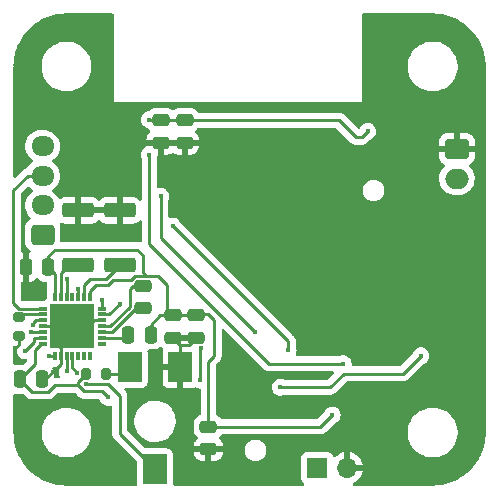
<source format=gbr>
%TF.GenerationSoftware,KiCad,Pcbnew,(6.0.5)*%
%TF.CreationDate,2022-06-02T01:51:08+02:00*%
%TF.ProjectId,Hardware,48617264-7761-4726-952e-6b696361645f,rev?*%
%TF.SameCoordinates,Original*%
%TF.FileFunction,Copper,L2,Bot*%
%TF.FilePolarity,Positive*%
%FSLAX46Y46*%
G04 Gerber Fmt 4.6, Leading zero omitted, Abs format (unit mm)*
G04 Created by KiCad (PCBNEW (6.0.5)) date 2022-06-02 01:51:08*
%MOMM*%
%LPD*%
G01*
G04 APERTURE LIST*
G04 Aperture macros list*
%AMRoundRect*
0 Rectangle with rounded corners*
0 $1 Rounding radius*
0 $2 $3 $4 $5 $6 $7 $8 $9 X,Y pos of 4 corners*
0 Add a 4 corners polygon primitive as box body*
4,1,4,$2,$3,$4,$5,$6,$7,$8,$9,$2,$3,0*
0 Add four circle primitives for the rounded corners*
1,1,$1+$1,$2,$3*
1,1,$1+$1,$4,$5*
1,1,$1+$1,$6,$7*
1,1,$1+$1,$8,$9*
0 Add four rect primitives between the rounded corners*
20,1,$1+$1,$2,$3,$4,$5,0*
20,1,$1+$1,$4,$5,$6,$7,0*
20,1,$1+$1,$6,$7,$8,$9,0*
20,1,$1+$1,$8,$9,$2,$3,0*%
G04 Aperture macros list end*
%TA.AperFunction,ComponentPad*%
%ADD10RoundRect,0.250000X0.725000X-0.600000X0.725000X0.600000X-0.725000X0.600000X-0.725000X-0.600000X0*%
%TD*%
%TA.AperFunction,ComponentPad*%
%ADD11O,1.950000X1.700000*%
%TD*%
%TA.AperFunction,ComponentPad*%
%ADD12O,2.000000X1.700000*%
%TD*%
%TA.AperFunction,ComponentPad*%
%ADD13RoundRect,0.250000X-0.750000X0.600000X-0.750000X-0.600000X0.750000X-0.600000X0.750000X0.600000X0*%
%TD*%
%TA.AperFunction,SMDPad,CuDef*%
%ADD14RoundRect,0.250000X0.475000X-0.250000X0.475000X0.250000X-0.475000X0.250000X-0.475000X-0.250000X0*%
%TD*%
%TA.AperFunction,ComponentPad*%
%ADD15O,1.700000X1.700000*%
%TD*%
%TA.AperFunction,ComponentPad*%
%ADD16R,1.700000X1.700000*%
%TD*%
%TA.AperFunction,SMDPad,CuDef*%
%ADD17RoundRect,0.250000X-0.475000X0.250000X-0.475000X-0.250000X0.475000X-0.250000X0.475000X0.250000X0*%
%TD*%
%TA.AperFunction,SMDPad,CuDef*%
%ADD18RoundRect,0.250000X-0.250000X-0.475000X0.250000X-0.475000X0.250000X0.475000X-0.250000X0.475000X0*%
%TD*%
%TA.AperFunction,SMDPad,CuDef*%
%ADD19R,0.800000X0.300000*%
%TD*%
%TA.AperFunction,SMDPad,CuDef*%
%ADD20R,0.300000X0.800000*%
%TD*%
%TA.AperFunction,SMDPad,CuDef*%
%ADD21R,3.800000X3.800000*%
%TD*%
%TA.AperFunction,SMDPad,CuDef*%
%ADD22RoundRect,0.200000X-0.275000X0.200000X-0.275000X-0.200000X0.275000X-0.200000X0.275000X0.200000X0*%
%TD*%
%TA.AperFunction,SMDPad,CuDef*%
%ADD23RoundRect,0.200000X-0.200000X-0.275000X0.200000X-0.275000X0.200000X0.275000X-0.200000X0.275000X0*%
%TD*%
%TA.AperFunction,SMDPad,CuDef*%
%ADD24RoundRect,0.250000X1.075000X-0.362500X1.075000X0.362500X-1.075000X0.362500X-1.075000X-0.362500X0*%
%TD*%
%TA.AperFunction,SMDPad,CuDef*%
%ADD25R,2.000000X2.500000*%
%TD*%
%TA.AperFunction,ViaPad*%
%ADD26C,0.400000*%
%TD*%
%TA.AperFunction,ViaPad*%
%ADD27C,0.500000*%
%TD*%
%TA.AperFunction,Conductor*%
%ADD28C,0.250000*%
%TD*%
G04 APERTURE END LIST*
D10*
%TO.P,J2,1,Pin_1*%
%TO.N,/B2*%
X97975000Y-114250000D03*
D11*
%TO.P,J2,2,Pin_2*%
%TO.N,/B1*%
X97975000Y-111750000D03*
%TO.P,J2,3,Pin_3*%
%TO.N,/A2*%
X97975000Y-109250000D03*
%TO.P,J2,4,Pin_4*%
%TO.N,/A1*%
X97975000Y-106750000D03*
%TD*%
D12*
%TO.P,J1,2,Pin_2*%
%TO.N,/VS_input*%
X133050000Y-109500000D03*
D13*
%TO.P,J1,1,Pin_1*%
%TO.N,GND*%
X133050000Y-107000000D03*
%TD*%
D14*
%TO.P,C15,1*%
%TO.N,GND*%
X108000000Y-106450000D03*
%TO.P,C15,2*%
%TO.N,+3V3*%
X108000000Y-104550000D03*
%TD*%
D15*
%TO.P,J3,2,Pin_2*%
%TO.N,GND*%
X123765000Y-134000000D03*
D16*
%TO.P,J3,1,Pin_1*%
%TO.N,Net-(IC1-Pad27)*%
X121225000Y-134000000D03*
%TD*%
D17*
%TO.P,C14,1*%
%TO.N,+3V3*%
X110000000Y-104550000D03*
%TO.P,C14,2*%
%TO.N,GND*%
X110000000Y-106450000D03*
%TD*%
D14*
%TO.P,C5,1*%
%TO.N,GND*%
X111000000Y-122950000D03*
%TO.P,C5,2*%
%TO.N,/VS_input*%
X111000000Y-121050000D03*
%TD*%
D17*
%TO.P,C1,1*%
%TO.N,Net-(C1-Pad1)*%
X106500000Y-118550000D03*
%TO.P,C1,2*%
%TO.N,Net-(C1-Pad2)*%
X106500000Y-120450000D03*
%TD*%
%TO.P,C3,1*%
%TO.N,/VS_input*%
X109000000Y-121050000D03*
%TO.P,C3,2*%
%TO.N,GND*%
X109000000Y-122950000D03*
%TD*%
D18*
%TO.P,C8,1*%
%TO.N,Net-(C8-Pad1)*%
X105215009Y-122723880D03*
%TO.P,C8,2*%
%TO.N,/VS_input*%
X107115009Y-122723880D03*
%TD*%
D19*
%TO.P,IC3,1,OB2*%
%TO.N,/B2*%
X103000000Y-120500000D03*
%TO.P,IC3,2,ENN*%
%TO.N,/TMC_en*%
X103000000Y-121000000D03*
%TO.P,IC3,3,GND_1*%
%TO.N,GND*%
X103000000Y-121500000D03*
%TO.P,IC3,4,CPO*%
%TO.N,Net-(C1-Pad1)*%
X103000000Y-122000000D03*
%TO.P,IC3,5,CPI*%
%TO.N,Net-(C1-Pad2)*%
X103000000Y-122500000D03*
%TO.P,IC3,6,VCP*%
%TO.N,Net-(C8-Pad1)*%
X103000000Y-123000000D03*
%TO.P,IC3,7,SPREAD*%
%TO.N,unconnected-(IC3-Pad7)*%
X103000000Y-123500000D03*
D20*
%TO.P,IC3,8,5VOUT*%
%TO.N,unconnected-(IC3-Pad8)*%
X102000000Y-124500000D03*
%TO.P,IC3,9,MS1_AD0*%
%TO.N,unconnected-(IC3-Pad9)*%
X101500000Y-124500000D03*
%TO.P,IC3,10,MS2_AD1*%
%TO.N,unconnected-(IC3-Pad10)*%
X101000000Y-124500000D03*
%TO.P,IC3,11,DIAG*%
%TO.N,/TMC_diag*%
X100500000Y-124500000D03*
%TO.P,IC3,12,INDEX*%
%TO.N,/TMC_index*%
X100000000Y-124500000D03*
%TO.P,IC3,13,CLK*%
%TO.N,GND*%
X99500000Y-124500000D03*
%TO.P,IC3,14,PDN_UART*%
%TO.N,/TMC_uart*%
X99000000Y-124500000D03*
D19*
%TO.P,IC3,15,VCC_IO*%
%TO.N,+3V3*%
X98000000Y-123500000D03*
%TO.P,IC3,16,STEP*%
%TO.N,/TMC_step*%
X98000000Y-123000000D03*
%TO.P,IC3,17,VREF*%
%TO.N,Net-(IC3-Pad17)*%
X98000000Y-122500000D03*
%TO.P,IC3,18,GND_2*%
%TO.N,GND*%
X98000000Y-122000000D03*
%TO.P,IC3,19,DIR*%
%TO.N,/TMC_dir*%
X98000000Y-121500000D03*
%TO.P,IC3,20,STDBY*%
%TO.N,Net-(IC3-Pad20)*%
X98000000Y-121000000D03*
%TO.P,IC3,21,OA2*%
%TO.N,/A2*%
X98000000Y-120500000D03*
D20*
%TO.P,IC3,22,VS_1*%
%TO.N,/VS_input*%
X99000000Y-119500000D03*
%TO.P,IC3,23,BRA*%
%TO.N,Net-(IC3-Pad23)*%
X99500000Y-119500000D03*
%TO.P,IC3,24,OA1*%
%TO.N,/A1*%
X100000000Y-119500000D03*
%TO.P,IC3,25,NC*%
%TO.N,unconnected-(IC3-Pad25)*%
X100500000Y-119500000D03*
%TO.P,IC3,26,OB1*%
%TO.N,/B1*%
X101000000Y-119500000D03*
%TO.P,IC3,27,BRB*%
%TO.N,Net-(IC3-Pad27)*%
X101500000Y-119500000D03*
%TO.P,IC3,28,VS_2*%
%TO.N,/VS_input*%
X102000000Y-119500000D03*
D21*
%TO.P,IC3,29,EP*%
%TO.N,GND*%
X100500000Y-122000000D03*
%TD*%
D22*
%TO.P,R4,1*%
%TO.N,Net-(IC3-Pad20)*%
X96000000Y-121175000D03*
%TO.P,R4,2*%
%TO.N,GND*%
X96000000Y-122825000D03*
%TD*%
D23*
%TO.P,R5,1*%
%TO.N,+3V3*%
X101675000Y-126000000D03*
%TO.P,R5,2*%
%TO.N,Net-(R5-Pad2)*%
X103325000Y-126000000D03*
%TD*%
D18*
%TO.P,C11,2*%
%TO.N,GND*%
X97950000Y-126500000D03*
%TO.P,C11,1*%
%TO.N,+3V3*%
X96050000Y-126500000D03*
%TD*%
D24*
%TO.P,R2,1*%
%TO.N,Net-(IC3-Pad23)*%
X101000000Y-116812500D03*
%TO.P,R2,2*%
%TO.N,GND*%
X101000000Y-112187500D03*
%TD*%
D18*
%TO.P,C6,1*%
%TO.N,GND*%
X96550000Y-117000000D03*
%TO.P,C6,2*%
%TO.N,/VS_input*%
X98450000Y-117000000D03*
%TD*%
D25*
%TO.P,RV1,1,1*%
%TO.N,GND*%
X109650000Y-125450000D03*
%TO.P,RV1,2,2*%
%TO.N,Net-(IC3-Pad17)*%
X107500000Y-134100000D03*
%TO.P,RV1,3,3*%
%TO.N,Net-(R5-Pad2)*%
X105350000Y-125450000D03*
%TD*%
D17*
%TO.P,C4,2*%
%TO.N,GND*%
X112000000Y-132400000D03*
%TO.P,C4,1*%
%TO.N,/VS_input*%
X112000000Y-130500000D03*
%TD*%
D24*
%TO.P,R1,1*%
%TO.N,Net-(IC3-Pad27)*%
X104500000Y-116812500D03*
%TO.P,R1,2*%
%TO.N,GND*%
X104500000Y-112187500D03*
%TD*%
D26*
%TO.N,GND*%
X133500000Y-114000000D03*
X134125474Y-119144247D03*
X132164686Y-120080677D03*
X131742633Y-122309644D03*
X127500000Y-118500000D03*
X128500000Y-116500000D03*
X95677521Y-123877556D03*
X98849511Y-125849511D03*
X96618702Y-118795568D03*
X110000000Y-129500000D03*
X110000000Y-134500000D03*
X96000000Y-131500000D03*
X103000000Y-134500000D03*
X96000000Y-100500000D03*
X127500000Y-96500000D03*
X102500000Y-106000000D03*
X119500000Y-107000000D03*
X119500000Y-111500000D03*
X120000000Y-118500000D03*
X115000000Y-116000000D03*
X133500000Y-126000000D03*
X125000000Y-131000000D03*
%TO.N,+3V3*%
X130000000Y-124500000D03*
X118115692Y-127154706D03*
X103499999Y-128024500D03*
%TO.N,/VS_input*%
X122500000Y-129500000D03*
%TO.N,/HK-button*%
X109000000Y-113500000D03*
X118768555Y-124018984D03*
%TO.N,/HK_led*%
X116000000Y-122500000D03*
X108000000Y-111000000D03*
%TO.N,+3V3*%
X125500000Y-105500000D03*
X107000000Y-104500000D03*
%TO.N,/ADC_battery*%
X123429657Y-125161478D03*
X107000000Y-107500000D03*
%TO.N,/TMC_dir*%
X97200498Y-121922433D03*
%TO.N,/TMC_step*%
X111345826Y-123849500D03*
X96506623Y-124072052D03*
X111339231Y-126553289D03*
%TO.N,/TMC_en*%
X104524500Y-120075062D03*
%TO.N,/TMC_index*%
X100036760Y-125796366D03*
%TO.N,/TMC_diag*%
X100875500Y-125985622D03*
%TO.N,/TMC_uart*%
X98500000Y-124475500D03*
%TO.N,Net-(IC3-Pad17)*%
X101615654Y-126874500D03*
X97031123Y-122497510D03*
D27*
%TO.N,GND*%
X99750000Y-122750000D03*
X101250000Y-122750000D03*
X101250000Y-121250000D03*
X99750000Y-121250000D03*
X100500000Y-123500000D03*
X100500000Y-120500000D03*
X100500000Y-122000000D03*
X102000000Y-122000000D03*
X99000000Y-122000000D03*
X99000000Y-123500000D03*
X102000000Y-123500000D03*
X102000000Y-120500000D03*
X99000000Y-120500000D03*
D26*
%TO.N,/A1*%
X100024500Y-118000000D03*
%TO.N,/B1*%
X100975500Y-118806718D03*
%TO.N,/B2*%
X103004215Y-119779353D03*
%TD*%
D28*
%TO.N,/TMC_diag*%
X100875500Y-125893334D02*
X100500000Y-125517834D01*
X100875500Y-125985622D02*
X100875500Y-125893334D01*
X100500000Y-125517834D02*
X100500000Y-124500000D01*
%TO.N,GND*%
X102000000Y-121800978D02*
X102000000Y-122000000D01*
X102300978Y-121500000D02*
X102000000Y-121800978D01*
X103000000Y-121500000D02*
X102300978Y-121500000D01*
X98000000Y-122000000D02*
X99000000Y-122000000D01*
X99199022Y-123500000D02*
X99000000Y-123500000D01*
X99500000Y-123800978D02*
X99199022Y-123500000D01*
X99500000Y-124500000D02*
X99500000Y-123800978D01*
X110350000Y-123600000D02*
X111000000Y-122950000D01*
X109650000Y-123600000D02*
X110350000Y-123600000D01*
X109650000Y-123600000D02*
X109000000Y-122950000D01*
X109650000Y-125450000D02*
X109650000Y-123600000D01*
X96000000Y-123555077D02*
X95677521Y-123877556D01*
X96000000Y-122825000D02*
X96000000Y-123555077D01*
%TO.N,Net-(IC3-Pad20)*%
X96175000Y-121000000D02*
X96000000Y-121175000D01*
X98000000Y-121000000D02*
X96175000Y-121000000D01*
%TO.N,/TMC_step*%
X97300978Y-123000000D02*
X98000000Y-123000000D01*
X97275489Y-123025489D02*
X97300978Y-123000000D01*
X96520691Y-124072052D02*
X97275489Y-123317254D01*
X97275489Y-123317254D02*
X97275489Y-123025489D01*
X96506623Y-124072052D02*
X96520691Y-124072052D01*
%TO.N,GND*%
X98849511Y-125849511D02*
X99500000Y-125199022D01*
X99500000Y-125199022D02*
X99500000Y-124500000D01*
X98199022Y-126500000D02*
X98849511Y-125849511D01*
X97950000Y-126500000D02*
X98199022Y-126500000D01*
%TO.N,/TMC_index*%
X100000000Y-125150000D02*
X100000000Y-124500000D01*
X100036760Y-125796366D02*
X100036760Y-125186760D01*
X100036760Y-125186760D02*
X100000000Y-125150000D01*
%TO.N,+3V3*%
X122345294Y-127154706D02*
X123500000Y-126000000D01*
X118115692Y-127154706D02*
X122345294Y-127154706D01*
X128500000Y-126000000D02*
X130000000Y-124500000D01*
X123500000Y-126000000D02*
X127000000Y-126000000D01*
X127000000Y-126000000D02*
X128500000Y-126000000D01*
%TO.N,/HK-button*%
X118768555Y-123268555D02*
X109000000Y-113500000D01*
X118768555Y-124018984D02*
X118768555Y-123268555D01*
%TO.N,+3V3*%
X101000000Y-127000618D02*
X101000000Y-127000000D01*
X101499382Y-127500000D02*
X101000000Y-127000618D01*
X102975499Y-127500000D02*
X101499382Y-127500000D01*
X103499999Y-128024500D02*
X102975499Y-127500000D01*
%TO.N,/VS_input*%
X121500000Y-130500000D02*
X112000000Y-130500000D01*
X122500000Y-129500000D02*
X121500000Y-130500000D01*
%TO.N,/HK_led*%
X108000000Y-113500000D02*
X108000000Y-111000000D01*
X108000000Y-114500000D02*
X108000000Y-113500000D01*
X116000000Y-122500000D02*
X108000000Y-114500000D01*
%TO.N,+3V3*%
X125000000Y-106000000D02*
X125500000Y-105500000D01*
X124500000Y-106000000D02*
X125000000Y-106000000D01*
X123050000Y-104550000D02*
X124500000Y-106000000D01*
X110000000Y-104550000D02*
X123050000Y-104550000D01*
X108000000Y-104550000D02*
X110000000Y-104550000D01*
X107950000Y-104500000D02*
X108000000Y-104550000D01*
X107000000Y-104500000D02*
X107950000Y-104500000D01*
%TO.N,/ADC_battery*%
X117161478Y-125161478D02*
X123429657Y-125161478D01*
X116000000Y-124000000D02*
X117161478Y-125161478D01*
X107000000Y-115000000D02*
X116000000Y-124000000D01*
X107000000Y-107500000D02*
X107000000Y-115000000D01*
%TO.N,/TMC_dir*%
X97436696Y-121500000D02*
X98000000Y-121500000D01*
X97200498Y-121736198D02*
X97436696Y-121500000D01*
X97200498Y-121922433D02*
X97200498Y-121736198D01*
%TO.N,+3V3*%
X101000000Y-126675000D02*
X101675000Y-126000000D01*
X99000000Y-127000000D02*
X101000000Y-127000000D01*
X98450480Y-127549520D02*
X99000000Y-127000000D01*
X97049520Y-127549520D02*
X98450480Y-127549520D01*
X96050000Y-126550000D02*
X97049520Y-127549520D01*
X96050000Y-126500000D02*
X96050000Y-126550000D01*
X101000000Y-127000000D02*
X101000000Y-126675000D01*
%TO.N,/TMC_step*%
X111326042Y-126540100D02*
X111339231Y-126553289D01*
X111326042Y-123869284D02*
X111326042Y-126540100D01*
X111345826Y-123849500D02*
X111326042Y-123869284D01*
%TO.N,+3V3*%
X97853321Y-123500000D02*
X98000000Y-123500000D01*
X97319160Y-124034161D02*
X97853321Y-123500000D01*
X97319160Y-125230840D02*
X97319160Y-124034161D01*
X96050000Y-126500000D02*
X97319160Y-125230840D01*
%TO.N,Net-(IC3-Pad17)*%
X104500000Y-131100000D02*
X107500000Y-134100000D01*
X103483167Y-126874500D02*
X104500000Y-127891333D01*
X104500000Y-127891333D02*
X104500000Y-131100000D01*
X101615654Y-126874500D02*
X103483167Y-126874500D01*
%TO.N,/TMC_en*%
X103599562Y-121000000D02*
X103000000Y-121000000D01*
X104524500Y-120075062D02*
X103599562Y-121000000D01*
%TO.N,/TMC_uart*%
X98975500Y-124475500D02*
X99000000Y-124500000D01*
X98500000Y-124475500D02*
X98975500Y-124475500D01*
%TO.N,Net-(IC3-Pad17)*%
X97997510Y-122497510D02*
X98000000Y-122500000D01*
X97031123Y-122497510D02*
X97997510Y-122497510D01*
%TO.N,/A1*%
X100024500Y-119475500D02*
X100000000Y-119500000D01*
X100024500Y-118000000D02*
X100024500Y-119475500D01*
%TO.N,/B1*%
X100975500Y-118806718D02*
X100975500Y-119475500D01*
X100975500Y-119475500D02*
X101000000Y-119500000D01*
%TO.N,Net-(IC3-Pad23)*%
X100187500Y-116812500D02*
X101000000Y-116812500D01*
X99500000Y-117500000D02*
X100187500Y-116812500D01*
X99500000Y-119500000D02*
X99500000Y-117500000D01*
%TO.N,/B2*%
X103000000Y-119783568D02*
X103004215Y-119779353D01*
X103000000Y-120500000D02*
X103000000Y-119783568D01*
%TO.N,/VS_input*%
X107950000Y-121050000D02*
X109000000Y-121050000D01*
X107115009Y-121884991D02*
X107950000Y-121050000D01*
X107115009Y-122723880D02*
X107115009Y-121884991D01*
%TO.N,Net-(C8-Pad1)*%
X104938889Y-123000000D02*
X105215009Y-122723880D01*
X103000000Y-123000000D02*
X104938889Y-123000000D01*
%TO.N,/A2*%
X96750000Y-109250000D02*
X97975000Y-109250000D01*
X95500000Y-110500000D02*
X96750000Y-109250000D01*
X95500000Y-120000000D02*
X95500000Y-110500000D01*
X96000000Y-120500000D02*
X95500000Y-120000000D01*
X98000000Y-120500000D02*
X96000000Y-120500000D01*
%TO.N,Net-(C1-Pad2)*%
X105884740Y-120450000D02*
X106500000Y-120450000D01*
X103834740Y-122500000D02*
X105884740Y-120450000D01*
X103000000Y-122500000D02*
X103834740Y-122500000D01*
%TO.N,Net-(C1-Pad1)*%
X105342541Y-118857336D02*
X105649877Y-118550000D01*
X105649877Y-118550000D02*
X106500000Y-118550000D01*
X105342541Y-120356481D02*
X105342541Y-118857336D01*
X103699022Y-122000000D02*
X105342541Y-120356481D01*
X103000000Y-122000000D02*
X103699022Y-122000000D01*
%TO.N,/VS_input*%
X110550000Y-121000000D02*
X110500000Y-121050000D01*
X112000000Y-121000000D02*
X110550000Y-121000000D01*
X112500000Y-121500000D02*
X112000000Y-121000000D01*
X112500000Y-124500000D02*
X112500000Y-121500000D01*
X112000000Y-125000000D02*
X112500000Y-124500000D01*
X112000000Y-130500000D02*
X112000000Y-125000000D01*
X110500000Y-121050000D02*
X108500000Y-121050000D01*
X108500000Y-118500000D02*
X107725480Y-117725480D01*
X108500000Y-121050000D02*
X108500000Y-118500000D01*
X107725480Y-117725480D02*
X106774520Y-117725480D01*
X98450000Y-116050000D02*
X98450000Y-117000000D01*
X99000000Y-115500000D02*
X98450000Y-116050000D01*
X106000000Y-115500000D02*
X99000000Y-115500000D01*
X106500000Y-116000000D02*
X106000000Y-115500000D01*
X106500000Y-117450960D02*
X106500000Y-116000000D01*
X106774520Y-117725480D02*
X106500000Y-117450960D01*
X106774520Y-117725480D02*
X105774520Y-117725480D01*
X102000000Y-119000000D02*
X102000000Y-119500000D01*
X102500000Y-118500000D02*
X102000000Y-119000000D01*
X103500000Y-118500000D02*
X102500000Y-118500000D01*
X105449520Y-118050480D02*
X103949520Y-118050480D01*
X105774520Y-117725480D02*
X105449520Y-118050480D01*
X103949520Y-118050480D02*
X103500000Y-118500000D01*
%TO.N,Net-(IC3-Pad27)*%
X101500000Y-118500000D02*
X101500000Y-119500000D01*
X102000000Y-118000000D02*
X101500000Y-118500000D01*
X103312500Y-118000000D02*
X102000000Y-118000000D01*
X104500000Y-116812500D02*
X103312500Y-118000000D01*
%TO.N,/VS_input*%
X99000000Y-117550000D02*
X99000000Y-119500000D01*
X98450000Y-117000000D02*
X99000000Y-117550000D01*
%TO.N,Net-(R5-Pad2)*%
X103325000Y-126000000D02*
X104800000Y-126000000D01*
X104800000Y-126000000D02*
X105350000Y-125450000D01*
%TD*%
%TA.AperFunction,Conductor*%
%TO.N,GND*%
G36*
X103942121Y-95528502D02*
G01*
X103988614Y-95582158D01*
X104000000Y-95634500D01*
X104000000Y-103000000D01*
X125000000Y-103000000D01*
X125000000Y-100132703D01*
X128890743Y-100132703D01*
X128928268Y-100417734D01*
X129004129Y-100695036D01*
X129116923Y-100959476D01*
X129264561Y-101206161D01*
X129444313Y-101430528D01*
X129652851Y-101628423D01*
X129886317Y-101796186D01*
X129890112Y-101798195D01*
X129890113Y-101798196D01*
X129911869Y-101809715D01*
X130140392Y-101930712D01*
X130410373Y-102029511D01*
X130691264Y-102090755D01*
X130719841Y-102093004D01*
X130914282Y-102108307D01*
X130914291Y-102108307D01*
X130916739Y-102108500D01*
X131072271Y-102108500D01*
X131074407Y-102108354D01*
X131074418Y-102108354D01*
X131282548Y-102094165D01*
X131282554Y-102094164D01*
X131286825Y-102093873D01*
X131291020Y-102093004D01*
X131291022Y-102093004D01*
X131427584Y-102064723D01*
X131568342Y-102035574D01*
X131839343Y-101939607D01*
X132094812Y-101807750D01*
X132098313Y-101805289D01*
X132098317Y-101805287D01*
X132212417Y-101725096D01*
X132330023Y-101642441D01*
X132540622Y-101446740D01*
X132722713Y-101224268D01*
X132872927Y-100979142D01*
X132988483Y-100715898D01*
X133067244Y-100439406D01*
X133107751Y-100154784D01*
X133107845Y-100136951D01*
X133109235Y-99871583D01*
X133109235Y-99871576D01*
X133109257Y-99867297D01*
X133071732Y-99582266D01*
X132995871Y-99304964D01*
X132959656Y-99220059D01*
X132884763Y-99044476D01*
X132884761Y-99044472D01*
X132883077Y-99040524D01*
X132761578Y-98837514D01*
X132737643Y-98797521D01*
X132737640Y-98797517D01*
X132735439Y-98793839D01*
X132555687Y-98569472D01*
X132347149Y-98371577D01*
X132157064Y-98234987D01*
X132117172Y-98206321D01*
X132117171Y-98206320D01*
X132113683Y-98203814D01*
X132091843Y-98192250D01*
X132068654Y-98179972D01*
X131859608Y-98069288D01*
X131589627Y-97970489D01*
X131308736Y-97909245D01*
X131277685Y-97906801D01*
X131085718Y-97891693D01*
X131085709Y-97891693D01*
X131083261Y-97891500D01*
X130927729Y-97891500D01*
X130925593Y-97891646D01*
X130925582Y-97891646D01*
X130717452Y-97905835D01*
X130717446Y-97905836D01*
X130713175Y-97906127D01*
X130708980Y-97906996D01*
X130708978Y-97906996D01*
X130572416Y-97935277D01*
X130431658Y-97964426D01*
X130160657Y-98060393D01*
X129905188Y-98192250D01*
X129901687Y-98194711D01*
X129901683Y-98194713D01*
X129787583Y-98274904D01*
X129669977Y-98357559D01*
X129654892Y-98371577D01*
X129561095Y-98458739D01*
X129459378Y-98553260D01*
X129277287Y-98775732D01*
X129127073Y-99020858D01*
X129011517Y-99284102D01*
X128932756Y-99560594D01*
X128892249Y-99845216D01*
X128892227Y-99849505D01*
X128892226Y-99849512D01*
X128891263Y-100033420D01*
X128890743Y-100132703D01*
X125000000Y-100132703D01*
X125000000Y-95634500D01*
X125020002Y-95566379D01*
X125073658Y-95519886D01*
X125126000Y-95508500D01*
X130950633Y-95508500D01*
X130970018Y-95510000D01*
X130984851Y-95512310D01*
X130984855Y-95512310D01*
X130993724Y-95513691D01*
X131014183Y-95511016D01*
X131036007Y-95510072D01*
X131385965Y-95525352D01*
X131396913Y-95526310D01*
X131774498Y-95576019D01*
X131785307Y-95577926D01*
X132157114Y-95660353D01*
X132167731Y-95663198D01*
X132530939Y-95777718D01*
X132541254Y-95781471D01*
X132893123Y-95927220D01*
X132903067Y-95931858D01*
X133240867Y-96107705D01*
X133250387Y-96113201D01*
X133571574Y-96317820D01*
X133580578Y-96324124D01*
X133882716Y-96555962D01*
X133891137Y-96563028D01*
X134171914Y-96820314D01*
X134179686Y-96828086D01*
X134436972Y-97108863D01*
X134444038Y-97117284D01*
X134675876Y-97419422D01*
X134682180Y-97428426D01*
X134886799Y-97749613D01*
X134892294Y-97759132D01*
X135053752Y-98069288D01*
X135068138Y-98096924D01*
X135072780Y-98106877D01*
X135182422Y-98371577D01*
X135218526Y-98458739D01*
X135222282Y-98469061D01*
X135249877Y-98556579D01*
X135336802Y-98832268D01*
X135339647Y-98842885D01*
X135384339Y-99044476D01*
X135422073Y-99214685D01*
X135423981Y-99225502D01*
X135432239Y-99288230D01*
X135473690Y-99603086D01*
X135474648Y-99614036D01*
X135489603Y-99956552D01*
X135488223Y-99981429D01*
X135486309Y-99993724D01*
X135487473Y-100002626D01*
X135487473Y-100002628D01*
X135490436Y-100025283D01*
X135491500Y-100041621D01*
X135491500Y-130950633D01*
X135490000Y-130970018D01*
X135487690Y-130984851D01*
X135487690Y-130984855D01*
X135486309Y-130993724D01*
X135488984Y-131014183D01*
X135489928Y-131036007D01*
X135476394Y-131345983D01*
X135474648Y-131385964D01*
X135473690Y-131396913D01*
X135426198Y-131757659D01*
X135423982Y-131774490D01*
X135422074Y-131785307D01*
X135342481Y-132144329D01*
X135339647Y-132157114D01*
X135336802Y-132167731D01*
X135237916Y-132481358D01*
X135222285Y-132530932D01*
X135218529Y-132541254D01*
X135083095Y-132868222D01*
X135072784Y-132893114D01*
X135068142Y-132903067D01*
X134962550Y-133105908D01*
X134892295Y-133240867D01*
X134886800Y-133250385D01*
X134885293Y-133252751D01*
X134682180Y-133571574D01*
X134675876Y-133580578D01*
X134444038Y-133882716D01*
X134436972Y-133891137D01*
X134179686Y-134171914D01*
X134171914Y-134179686D01*
X133891137Y-134436972D01*
X133882716Y-134444038D01*
X133580578Y-134675876D01*
X133571574Y-134682180D01*
X133250387Y-134886799D01*
X133240868Y-134892294D01*
X132903067Y-135068142D01*
X132893123Y-135072780D01*
X132541254Y-135218529D01*
X132530939Y-135222282D01*
X132282502Y-135300615D01*
X132167732Y-135336802D01*
X132157115Y-135339647D01*
X131785307Y-135422074D01*
X131774498Y-135423981D01*
X131413564Y-135471498D01*
X131396914Y-135473690D01*
X131385965Y-135474648D01*
X131043446Y-135489603D01*
X131018571Y-135488223D01*
X131006276Y-135486309D01*
X130997374Y-135487473D01*
X130997372Y-135487473D01*
X130982323Y-135489441D01*
X130974714Y-135490436D01*
X130958379Y-135491500D01*
X124351025Y-135491500D01*
X124282904Y-135471498D01*
X124236411Y-135417842D01*
X124226307Y-135347568D01*
X124255801Y-135282988D01*
X124295592Y-135252349D01*
X124458095Y-135172739D01*
X124466945Y-135167464D01*
X124640328Y-135043792D01*
X124648200Y-135037139D01*
X124799052Y-134886812D01*
X124805730Y-134878965D01*
X124930003Y-134706020D01*
X124935313Y-134697183D01*
X125029670Y-134506267D01*
X125033469Y-134496672D01*
X125095377Y-134292910D01*
X125097555Y-134282837D01*
X125098986Y-134271962D01*
X125096775Y-134257778D01*
X125083617Y-134254000D01*
X123637000Y-134254000D01*
X123568879Y-134233998D01*
X123522386Y-134180342D01*
X123511000Y-134128000D01*
X123511000Y-133727885D01*
X124019000Y-133727885D01*
X124023475Y-133743124D01*
X124024865Y-133744329D01*
X124032548Y-133746000D01*
X125083344Y-133746000D01*
X125096875Y-133742027D01*
X125098180Y-133732947D01*
X125056214Y-133565875D01*
X125052894Y-133556124D01*
X124967972Y-133360814D01*
X124963105Y-133351739D01*
X124847426Y-133172926D01*
X124841136Y-133164757D01*
X124697806Y-133007240D01*
X124690273Y-133000215D01*
X124523139Y-132868222D01*
X124514552Y-132862517D01*
X124328117Y-132759599D01*
X124318705Y-132755369D01*
X124117959Y-132684280D01*
X124107988Y-132681646D01*
X124036837Y-132668972D01*
X124023540Y-132670432D01*
X124019000Y-132684989D01*
X124019000Y-133727885D01*
X123511000Y-133727885D01*
X123511000Y-132683102D01*
X123507082Y-132669758D01*
X123492806Y-132667771D01*
X123454324Y-132673660D01*
X123444288Y-132676051D01*
X123241868Y-132742212D01*
X123232359Y-132746209D01*
X123043463Y-132844542D01*
X123034738Y-132850036D01*
X122864433Y-132977905D01*
X122856726Y-132984748D01*
X122779478Y-133065584D01*
X122717954Y-133101014D01*
X122647042Y-133097557D01*
X122589255Y-133056311D01*
X122570402Y-133022763D01*
X122528767Y-132911703D01*
X122525615Y-132903295D01*
X122438261Y-132786739D01*
X122321705Y-132699385D01*
X122185316Y-132648255D01*
X122123134Y-132641500D01*
X120326866Y-132641500D01*
X120264684Y-132648255D01*
X120128295Y-132699385D01*
X120011739Y-132786739D01*
X119924385Y-132903295D01*
X119873255Y-133039684D01*
X119866500Y-133101866D01*
X119866500Y-134898134D01*
X119873255Y-134960316D01*
X119924385Y-135096705D01*
X120011739Y-135213261D01*
X120018919Y-135218642D01*
X120018920Y-135218643D01*
X120080339Y-135264674D01*
X120122854Y-135321533D01*
X120127880Y-135392352D01*
X120093820Y-135454645D01*
X120031489Y-135488635D01*
X120004774Y-135491500D01*
X109134500Y-135491500D01*
X109066379Y-135471498D01*
X109019886Y-135417842D01*
X109008500Y-135365500D01*
X109008500Y-132801866D01*
X109001745Y-132739684D01*
X108985779Y-132697095D01*
X110767001Y-132697095D01*
X110767338Y-132703614D01*
X110777257Y-132799206D01*
X110780149Y-132812600D01*
X110831588Y-132966784D01*
X110837761Y-132979962D01*
X110923063Y-133117807D01*
X110932099Y-133129208D01*
X111046829Y-133243739D01*
X111058240Y-133252751D01*
X111196243Y-133337816D01*
X111209424Y-133343963D01*
X111363710Y-133395138D01*
X111377086Y-133398005D01*
X111471438Y-133407672D01*
X111477854Y-133408000D01*
X111727885Y-133408000D01*
X111743124Y-133403525D01*
X111744329Y-133402135D01*
X111746000Y-133394452D01*
X111746000Y-133389884D01*
X112254000Y-133389884D01*
X112258475Y-133405123D01*
X112259865Y-133406328D01*
X112267548Y-133407999D01*
X112522095Y-133407999D01*
X112528614Y-133407662D01*
X112624206Y-133397743D01*
X112637600Y-133394851D01*
X112791784Y-133343412D01*
X112804962Y-133337239D01*
X112942807Y-133251937D01*
X112954208Y-133242901D01*
X113068739Y-133128171D01*
X113077751Y-133116760D01*
X113162816Y-132978757D01*
X113168963Y-132965576D01*
X113220138Y-132811290D01*
X113223005Y-132797914D01*
X113232672Y-132703562D01*
X113233000Y-132697146D01*
X113233000Y-132672115D01*
X113228525Y-132656876D01*
X113227135Y-132655671D01*
X113219452Y-132654000D01*
X112272115Y-132654000D01*
X112256876Y-132658475D01*
X112255671Y-132659865D01*
X112254000Y-132667548D01*
X112254000Y-133389884D01*
X111746000Y-133389884D01*
X111746000Y-132672115D01*
X111741525Y-132656876D01*
X111740135Y-132655671D01*
X111732452Y-132654000D01*
X110785116Y-132654000D01*
X110769877Y-132658475D01*
X110768672Y-132659865D01*
X110767001Y-132667548D01*
X110767001Y-132697095D01*
X108985779Y-132697095D01*
X108950615Y-132603295D01*
X108944763Y-132595487D01*
X115091500Y-132595487D01*
X115092872Y-132601939D01*
X115092872Y-132601944D01*
X115109814Y-132681646D01*
X115131206Y-132782288D01*
X115133891Y-132788318D01*
X115133891Y-132788319D01*
X115201886Y-132941038D01*
X115208882Y-132956752D01*
X115212762Y-132962093D01*
X115212763Y-132962094D01*
X115225745Y-132979962D01*
X115321134Y-133111253D01*
X115463056Y-133239040D01*
X115628444Y-133334527D01*
X115810072Y-133393542D01*
X115816633Y-133394232D01*
X115816635Y-133394232D01*
X115850042Y-133397743D01*
X115952390Y-133408500D01*
X116047610Y-133408500D01*
X116149958Y-133397743D01*
X116183365Y-133394232D01*
X116183367Y-133394232D01*
X116189928Y-133393542D01*
X116371556Y-133334527D01*
X116536944Y-133239040D01*
X116678866Y-133111253D01*
X116774255Y-132979962D01*
X116787237Y-132962094D01*
X116787238Y-132962093D01*
X116791118Y-132956752D01*
X116798115Y-132941038D01*
X116866109Y-132788319D01*
X116866109Y-132788318D01*
X116868794Y-132782288D01*
X116890186Y-132681646D01*
X116907128Y-132601944D01*
X116907128Y-132601939D01*
X116908500Y-132595487D01*
X116908500Y-132404513D01*
X116897639Y-132353413D01*
X116887262Y-132304595D01*
X116868794Y-132217712D01*
X116866109Y-132211681D01*
X116793803Y-132049278D01*
X116793802Y-132049276D01*
X116791118Y-132043248D01*
X116678866Y-131888747D01*
X116589743Y-131808500D01*
X116541852Y-131765379D01*
X116541851Y-131765378D01*
X116536944Y-131760960D01*
X116371556Y-131665473D01*
X116189928Y-131606458D01*
X116183367Y-131605768D01*
X116183365Y-131605768D01*
X116130111Y-131600171D01*
X116047610Y-131591500D01*
X115952390Y-131591500D01*
X115869889Y-131600171D01*
X115816635Y-131605768D01*
X115816633Y-131605768D01*
X115810072Y-131606458D01*
X115628444Y-131665473D01*
X115463056Y-131760960D01*
X115458149Y-131765378D01*
X115458148Y-131765379D01*
X115410257Y-131808500D01*
X115321134Y-131888747D01*
X115208882Y-132043248D01*
X115206198Y-132049276D01*
X115206197Y-132049278D01*
X115133891Y-132211681D01*
X115131206Y-132217712D01*
X115112738Y-132304595D01*
X115102362Y-132353413D01*
X115091500Y-132404513D01*
X115091500Y-132595487D01*
X108944763Y-132595487D01*
X108863261Y-132486739D01*
X108746705Y-132399385D01*
X108610316Y-132348255D01*
X108548134Y-132341500D01*
X106689594Y-132341500D01*
X106621473Y-132321498D01*
X106600499Y-132304595D01*
X105170405Y-130874500D01*
X105136379Y-130812188D01*
X105133500Y-130785405D01*
X105133500Y-130157655D01*
X105739858Y-130157655D01*
X105775104Y-130416638D01*
X105776412Y-130421124D01*
X105776412Y-130421126D01*
X105796098Y-130488664D01*
X105848243Y-130667567D01*
X105957668Y-130904928D01*
X105960231Y-130908837D01*
X106098410Y-131119596D01*
X106098414Y-131119601D01*
X106100976Y-131123509D01*
X106275018Y-131318506D01*
X106475970Y-131485637D01*
X106496009Y-131497797D01*
X106695422Y-131618804D01*
X106695426Y-131618806D01*
X106699419Y-131621229D01*
X106940455Y-131722303D01*
X107193783Y-131786641D01*
X107198434Y-131787109D01*
X107198438Y-131787110D01*
X107391308Y-131806531D01*
X107410867Y-131808500D01*
X107566354Y-131808500D01*
X107568679Y-131808327D01*
X107568685Y-131808327D01*
X107756000Y-131794407D01*
X107756004Y-131794406D01*
X107760652Y-131794061D01*
X107765200Y-131793032D01*
X107765206Y-131793031D01*
X107951601Y-131750853D01*
X108015577Y-131736377D01*
X108051769Y-131722303D01*
X108254824Y-131643340D01*
X108254827Y-131643339D01*
X108259177Y-131641647D01*
X108486098Y-131511951D01*
X108691357Y-131350138D01*
X108870443Y-131159763D01*
X108988059Y-130990221D01*
X109016759Y-130948851D01*
X109016761Y-130948848D01*
X109019424Y-130945009D01*
X109026138Y-130931395D01*
X109132960Y-130714781D01*
X109132961Y-130714778D01*
X109135025Y-130710593D01*
X109214707Y-130461665D01*
X109256721Y-130203693D01*
X109259609Y-129983089D01*
X109260081Y-129947022D01*
X109260081Y-129947019D01*
X109260142Y-129942345D01*
X109224896Y-129683362D01*
X109215375Y-129650695D01*
X109189442Y-129561725D01*
X109151757Y-129432433D01*
X109148815Y-129426050D01*
X109116104Y-129355096D01*
X109042332Y-129195072D01*
X108961183Y-129071299D01*
X108901590Y-128980404D01*
X108901586Y-128980399D01*
X108899024Y-128976491D01*
X108724982Y-128781494D01*
X108524030Y-128614363D01*
X108476844Y-128585730D01*
X108304578Y-128481196D01*
X108304574Y-128481194D01*
X108300581Y-128478771D01*
X108059545Y-128377697D01*
X107806217Y-128313359D01*
X107801566Y-128312891D01*
X107801562Y-128312890D01*
X107592271Y-128291816D01*
X107589133Y-128291500D01*
X107433646Y-128291500D01*
X107431321Y-128291673D01*
X107431315Y-128291673D01*
X107244000Y-128305593D01*
X107243996Y-128305594D01*
X107239348Y-128305939D01*
X107234800Y-128306968D01*
X107234794Y-128306969D01*
X107051190Y-128348515D01*
X106984423Y-128363623D01*
X106980071Y-128365315D01*
X106980069Y-128365316D01*
X106745176Y-128456660D01*
X106745173Y-128456661D01*
X106740823Y-128458353D01*
X106513902Y-128588049D01*
X106308643Y-128749862D01*
X106129557Y-128940237D01*
X105980576Y-129154991D01*
X105978510Y-129159181D01*
X105978508Y-129159184D01*
X105873768Y-129371577D01*
X105864975Y-129389407D01*
X105863553Y-129393850D01*
X105863552Y-129393852D01*
X105823482Y-129519031D01*
X105785293Y-129638335D01*
X105743279Y-129896307D01*
X105743218Y-129900980D01*
X105740641Y-130097871D01*
X105739858Y-130157655D01*
X105133500Y-130157655D01*
X105133500Y-127970100D01*
X105134027Y-127958917D01*
X105135702Y-127951424D01*
X105133562Y-127883347D01*
X105133500Y-127879388D01*
X105133500Y-127851477D01*
X105132995Y-127847477D01*
X105132062Y-127835634D01*
X105131578Y-127820217D01*
X105130673Y-127791444D01*
X105125021Y-127771990D01*
X105121013Y-127752633D01*
X105119468Y-127740403D01*
X105119468Y-127740402D01*
X105118474Y-127732536D01*
X105115555Y-127725163D01*
X105102196Y-127691421D01*
X105098351Y-127680191D01*
X105088229Y-127645350D01*
X105088229Y-127645349D01*
X105086018Y-127637740D01*
X105081985Y-127630921D01*
X105081983Y-127630916D01*
X105075707Y-127620305D01*
X105067012Y-127602557D01*
X105059552Y-127583716D01*
X105033564Y-127547946D01*
X105027048Y-127538026D01*
X105008580Y-127506798D01*
X105008578Y-127506795D01*
X105004542Y-127499971D01*
X104990221Y-127485650D01*
X104977380Y-127470616D01*
X104970131Y-127460639D01*
X104965472Y-127454226D01*
X104959368Y-127449176D01*
X104959362Y-127449170D01*
X104938104Y-127431584D01*
X104898366Y-127372750D01*
X104896745Y-127301772D01*
X104933754Y-127241185D01*
X104997644Y-127210225D01*
X105018420Y-127208500D01*
X106398134Y-127208500D01*
X106460316Y-127201745D01*
X106596705Y-127150615D01*
X106713261Y-127063261D01*
X106800615Y-126946705D01*
X106851745Y-126810316D01*
X106858500Y-126748134D01*
X106858500Y-126744669D01*
X108142001Y-126744669D01*
X108142371Y-126751490D01*
X108147895Y-126802352D01*
X108151521Y-126817604D01*
X108196676Y-126938054D01*
X108205214Y-126953649D01*
X108281715Y-127055724D01*
X108294276Y-127068285D01*
X108396351Y-127144786D01*
X108411946Y-127153324D01*
X108532394Y-127198478D01*
X108547649Y-127202105D01*
X108598514Y-127207631D01*
X108605328Y-127208000D01*
X109377885Y-127208000D01*
X109393124Y-127203525D01*
X109394329Y-127202135D01*
X109396000Y-127194452D01*
X109396000Y-125722115D01*
X109391525Y-125706876D01*
X109390135Y-125705671D01*
X109382452Y-125704000D01*
X108160116Y-125704000D01*
X108144877Y-125708475D01*
X108143672Y-125709865D01*
X108142001Y-125717548D01*
X108142001Y-126744669D01*
X106858500Y-126744669D01*
X106858500Y-124151866D01*
X106852538Y-124096987D01*
X106865066Y-124027106D01*
X106913386Y-123975090D01*
X106977801Y-123957380D01*
X107415409Y-123957380D01*
X107418655Y-123957043D01*
X107418659Y-123957043D01*
X107514317Y-123947118D01*
X107514321Y-123947117D01*
X107521175Y-123946406D01*
X107527711Y-123944225D01*
X107527713Y-123944225D01*
X107682007Y-123892748D01*
X107688955Y-123890430D01*
X107839357Y-123797358D01*
X107844529Y-123792177D01*
X107844534Y-123792173D01*
X107855703Y-123780984D01*
X107917985Y-123746903D01*
X107988805Y-123751905D01*
X108033896Y-123780828D01*
X108046829Y-123793739D01*
X108058240Y-123802751D01*
X108130907Y-123847543D01*
X108178400Y-123900315D01*
X108189824Y-123970386D01*
X108182773Y-123999033D01*
X108151522Y-124082395D01*
X108147895Y-124097649D01*
X108142369Y-124148514D01*
X108142000Y-124155328D01*
X108142000Y-125177885D01*
X108146475Y-125193124D01*
X108147865Y-125194329D01*
X108155548Y-125196000D01*
X109778000Y-125196000D01*
X109846121Y-125216002D01*
X109892614Y-125269658D01*
X109904000Y-125322000D01*
X109904000Y-127189884D01*
X109908475Y-127205123D01*
X109909865Y-127206328D01*
X109917548Y-127207999D01*
X110694669Y-127207999D01*
X110701490Y-127207629D01*
X110752352Y-127202105D01*
X110767604Y-127198479D01*
X110876461Y-127157670D01*
X110947268Y-127152487D01*
X110980813Y-127164921D01*
X111060153Y-127207999D01*
X111076499Y-127216874D01*
X111242370Y-127260390D01*
X111249970Y-127260509D01*
X111257488Y-127261539D01*
X111257033Y-127264858D01*
X111310554Y-127281646D01*
X111356055Y-127336145D01*
X111366500Y-127386376D01*
X111366500Y-129412462D01*
X111346498Y-129480583D01*
X111292842Y-129527076D01*
X111280376Y-129531986D01*
X111225366Y-129550339D01*
X111201054Y-129558450D01*
X111050652Y-129651522D01*
X110925695Y-129776697D01*
X110921855Y-129782927D01*
X110921854Y-129782928D01*
X110849086Y-129900980D01*
X110832885Y-129927262D01*
X110777203Y-130095139D01*
X110766500Y-130199600D01*
X110766500Y-130800400D01*
X110766837Y-130803646D01*
X110766837Y-130803650D01*
X110773886Y-130871583D01*
X110777474Y-130906166D01*
X110779655Y-130912702D01*
X110779655Y-130912704D01*
X110817139Y-131025055D01*
X110833450Y-131073946D01*
X110926522Y-131224348D01*
X111051697Y-131349305D01*
X111056235Y-131352102D01*
X111096824Y-131409353D01*
X111100054Y-131480276D01*
X111064428Y-131541687D01*
X111055932Y-131549062D01*
X111045793Y-131557098D01*
X110931261Y-131671829D01*
X110922249Y-131683240D01*
X110837184Y-131821243D01*
X110831037Y-131834424D01*
X110779862Y-131988710D01*
X110776995Y-132002086D01*
X110767328Y-132096438D01*
X110767000Y-132102855D01*
X110767000Y-132127885D01*
X110771475Y-132143124D01*
X110772865Y-132144329D01*
X110780548Y-132146000D01*
X113214884Y-132146000D01*
X113230123Y-132141525D01*
X113231328Y-132140135D01*
X113232999Y-132132452D01*
X113232999Y-132102905D01*
X113232662Y-132096386D01*
X113222743Y-132000794D01*
X113219851Y-131987400D01*
X113168412Y-131833216D01*
X113162239Y-131820038D01*
X113076937Y-131682193D01*
X113067901Y-131670792D01*
X112953172Y-131556262D01*
X112944238Y-131549206D01*
X112903177Y-131491288D01*
X112899947Y-131420365D01*
X112935574Y-131358954D01*
X112943407Y-131352154D01*
X112949348Y-131348478D01*
X113074305Y-131223303D01*
X113092749Y-131193382D01*
X113145522Y-131145890D01*
X113200008Y-131133500D01*
X121421233Y-131133500D01*
X121432416Y-131134027D01*
X121439909Y-131135702D01*
X121447835Y-131135453D01*
X121447836Y-131135453D01*
X121507986Y-131133562D01*
X121511945Y-131133500D01*
X121539856Y-131133500D01*
X121543791Y-131133003D01*
X121543856Y-131132995D01*
X121547561Y-131132703D01*
X128890743Y-131132703D01*
X128891302Y-131136947D01*
X128891302Y-131136951D01*
X128901988Y-131218120D01*
X128928268Y-131417734D01*
X128929401Y-131421874D01*
X128929401Y-131421876D01*
X128946026Y-131482645D01*
X129004129Y-131695036D01*
X129005813Y-131698984D01*
X129094730Y-131907445D01*
X129116923Y-131959476D01*
X129191473Y-132084040D01*
X129241562Y-132167732D01*
X129264561Y-132206161D01*
X129444313Y-132430528D01*
X129461397Y-132446740D01*
X129635232Y-132611703D01*
X129652851Y-132628423D01*
X129811205Y-132742212D01*
X129877898Y-132790136D01*
X129886317Y-132796186D01*
X129890112Y-132798195D01*
X129890113Y-132798196D01*
X129911869Y-132809715D01*
X130140392Y-132930712D01*
X130164699Y-132939607D01*
X130349515Y-133007240D01*
X130410373Y-133029511D01*
X130691264Y-133090755D01*
X130719841Y-133093004D01*
X130914282Y-133108307D01*
X130914291Y-133108307D01*
X130916739Y-133108500D01*
X131072271Y-133108500D01*
X131074407Y-133108354D01*
X131074418Y-133108354D01*
X131282548Y-133094165D01*
X131282554Y-133094164D01*
X131286825Y-133093873D01*
X131291020Y-133093004D01*
X131291022Y-133093004D01*
X131548495Y-133039684D01*
X131568342Y-133035574D01*
X131839343Y-132939607D01*
X132094812Y-132807750D01*
X132098313Y-132805289D01*
X132098317Y-132805287D01*
X132241336Y-132704771D01*
X132330023Y-132642441D01*
X132408403Y-132569606D01*
X132537479Y-132449661D01*
X132537481Y-132449658D01*
X132540622Y-132446740D01*
X132722713Y-132224268D01*
X132872927Y-131979142D01*
X132988483Y-131715898D01*
X133067244Y-131439406D01*
X133102459Y-131191970D01*
X133107146Y-131159036D01*
X133107146Y-131159034D01*
X133107751Y-131154784D01*
X133107778Y-131149760D01*
X133109235Y-130871583D01*
X133109235Y-130871576D01*
X133109257Y-130867297D01*
X133071732Y-130582266D01*
X132995871Y-130304964D01*
X132985295Y-130280170D01*
X132884763Y-130044476D01*
X132884761Y-130044472D01*
X132883077Y-130040524D01*
X132777203Y-129863621D01*
X132737643Y-129797521D01*
X132737640Y-129797517D01*
X132735439Y-129793839D01*
X132555687Y-129569472D01*
X132347149Y-129371577D01*
X132113683Y-129203814D01*
X132091843Y-129192250D01*
X132049478Y-129169819D01*
X131859608Y-129069288D01*
X131616721Y-128980404D01*
X131593658Y-128971964D01*
X131593656Y-128971963D01*
X131589627Y-128970489D01*
X131308736Y-128909245D01*
X131270401Y-128906228D01*
X131085718Y-128891693D01*
X131085709Y-128891693D01*
X131083261Y-128891500D01*
X130927729Y-128891500D01*
X130925593Y-128891646D01*
X130925582Y-128891646D01*
X130717452Y-128905835D01*
X130717446Y-128905836D01*
X130713175Y-128906127D01*
X130708980Y-128906996D01*
X130708978Y-128906996D01*
X130572417Y-128935276D01*
X130431658Y-128964426D01*
X130160657Y-129060393D01*
X129905188Y-129192250D01*
X129901687Y-129194711D01*
X129901683Y-129194713D01*
X129787582Y-129274905D01*
X129669977Y-129357559D01*
X129654892Y-129371577D01*
X129482272Y-129531986D01*
X129459378Y-129553260D01*
X129277287Y-129775732D01*
X129127073Y-130020858D01*
X129125347Y-130024791D01*
X129125346Y-130024792D01*
X129096929Y-130089528D01*
X129011517Y-130284102D01*
X128932756Y-130560594D01*
X128912041Y-130706148D01*
X128893334Y-130837595D01*
X128892249Y-130845216D01*
X128892227Y-130849505D01*
X128892226Y-130849512D01*
X128890765Y-131128417D01*
X128890743Y-131132703D01*
X121547561Y-131132703D01*
X121555693Y-131132062D01*
X121587951Y-131131048D01*
X121591970Y-131130922D01*
X121599889Y-131130673D01*
X121619343Y-131125021D01*
X121638700Y-131121013D01*
X121650930Y-131119468D01*
X121650931Y-131119468D01*
X121658797Y-131118474D01*
X121666168Y-131115555D01*
X121666170Y-131115555D01*
X121699912Y-131102196D01*
X121711142Y-131098351D01*
X121745983Y-131088229D01*
X121745984Y-131088229D01*
X121753593Y-131086018D01*
X121760412Y-131081985D01*
X121760417Y-131081983D01*
X121771028Y-131075707D01*
X121788776Y-131067012D01*
X121807617Y-131059552D01*
X121843387Y-131033564D01*
X121853307Y-131027048D01*
X121884535Y-131008580D01*
X121884538Y-131008578D01*
X121891362Y-131004542D01*
X121905683Y-130990221D01*
X121920717Y-130977380D01*
X121937107Y-130965472D01*
X121965298Y-130931395D01*
X121973288Y-130922616D01*
X122696224Y-130199680D01*
X122739963Y-130171921D01*
X122741759Y-130171510D01*
X122894958Y-130094459D01*
X122900729Y-130089530D01*
X122900732Y-130089528D01*
X123019578Y-129988023D01*
X123025355Y-129983089D01*
X123125424Y-129843830D01*
X123189385Y-129684720D01*
X123193372Y-129656704D01*
X123212966Y-129519031D01*
X123212966Y-129519027D01*
X123213547Y-129514947D01*
X123213704Y-129500000D01*
X123203109Y-129412452D01*
X123194015Y-129337299D01*
X123194014Y-129337296D01*
X123193102Y-129329758D01*
X123164253Y-129253409D01*
X123135171Y-129176447D01*
X123132487Y-129169344D01*
X123065103Y-129071299D01*
X123039659Y-129034278D01*
X123039658Y-129034276D01*
X123035357Y-129028019D01*
X123029686Y-129022966D01*
X122912993Y-128918996D01*
X122912990Y-128918994D01*
X122907321Y-128913943D01*
X122900173Y-128910158D01*
X122762481Y-128837254D01*
X122762482Y-128837254D01*
X122755769Y-128833700D01*
X122738196Y-128829286D01*
X122596822Y-128793775D01*
X122596818Y-128793775D01*
X122589451Y-128791924D01*
X122581852Y-128791884D01*
X122581850Y-128791884D01*
X122510394Y-128791510D01*
X122417969Y-128791026D01*
X122410589Y-128792798D01*
X122410587Y-128792798D01*
X122258602Y-128829286D01*
X122258598Y-128829287D01*
X122251223Y-128831058D01*
X122098839Y-128909709D01*
X121969615Y-129022439D01*
X121871010Y-129162739D01*
X121855779Y-129201804D01*
X121835659Y-129253409D01*
X121807361Y-129296735D01*
X121274499Y-129829596D01*
X121212187Y-129863621D01*
X121185404Y-129866500D01*
X113199899Y-129866500D01*
X113131778Y-129846498D01*
X113092755Y-129806803D01*
X113077332Y-129781880D01*
X113073478Y-129775652D01*
X112948303Y-129650695D01*
X112935753Y-129642959D01*
X112803968Y-129561725D01*
X112803966Y-129561724D01*
X112797738Y-129557885D01*
X112740051Y-129538751D01*
X112719833Y-129532045D01*
X112661473Y-129491614D01*
X112634236Y-129426050D01*
X112633500Y-129412452D01*
X112633500Y-125314595D01*
X112653502Y-125246474D01*
X112670405Y-125225499D01*
X112892258Y-125003647D01*
X112900537Y-124996113D01*
X112907018Y-124992000D01*
X112953644Y-124942348D01*
X112956398Y-124939507D01*
X112976135Y-124919770D01*
X112978615Y-124916573D01*
X112986320Y-124907551D01*
X113011159Y-124881100D01*
X113016586Y-124875321D01*
X113020405Y-124868375D01*
X113020407Y-124868372D01*
X113026348Y-124857566D01*
X113037199Y-124841047D01*
X113037559Y-124840583D01*
X113049614Y-124825041D01*
X113052759Y-124817772D01*
X113052762Y-124817768D01*
X113067174Y-124784463D01*
X113072391Y-124773813D01*
X113093695Y-124735060D01*
X113098733Y-124715437D01*
X113105137Y-124696734D01*
X113110033Y-124685420D01*
X113110033Y-124685419D01*
X113113181Y-124678145D01*
X113114420Y-124670322D01*
X113114423Y-124670312D01*
X113120099Y-124634476D01*
X113122505Y-124622856D01*
X113131528Y-124587711D01*
X113131528Y-124587710D01*
X113133500Y-124580030D01*
X113133500Y-124559776D01*
X113135051Y-124540065D01*
X113136980Y-124527886D01*
X113138220Y-124520057D01*
X113134059Y-124476038D01*
X113133500Y-124464181D01*
X113133500Y-122333595D01*
X113153502Y-122265474D01*
X113207158Y-122218981D01*
X113277432Y-122208877D01*
X113342012Y-122238371D01*
X113348595Y-122244500D01*
X115580230Y-124476135D01*
X115580233Y-124476137D01*
X115580238Y-124476142D01*
X116657826Y-125553731D01*
X116665366Y-125562017D01*
X116669478Y-125568496D01*
X116675255Y-125573921D01*
X116719129Y-125615121D01*
X116721971Y-125617876D01*
X116741708Y-125637613D01*
X116744905Y-125640093D01*
X116753925Y-125647796D01*
X116786157Y-125678064D01*
X116793103Y-125681883D01*
X116793106Y-125681885D01*
X116803912Y-125687826D01*
X116820431Y-125698677D01*
X116836437Y-125711092D01*
X116843706Y-125714237D01*
X116843710Y-125714240D01*
X116877015Y-125728652D01*
X116887665Y-125733869D01*
X116926418Y-125755173D01*
X116934093Y-125757144D01*
X116934094Y-125757144D01*
X116946040Y-125760211D01*
X116964745Y-125766615D01*
X116983333Y-125774659D01*
X116991156Y-125775898D01*
X116991166Y-125775901D01*
X117027002Y-125781577D01*
X117038622Y-125783983D01*
X117073767Y-125793006D01*
X117081448Y-125794978D01*
X117101702Y-125794978D01*
X117121412Y-125796529D01*
X117141421Y-125799698D01*
X117149313Y-125798952D01*
X117174945Y-125796529D01*
X117185440Y-125795537D01*
X117197297Y-125794978D01*
X122504927Y-125794978D01*
X122573048Y-125814980D01*
X122619541Y-125868636D01*
X122629645Y-125938910D01*
X122600151Y-126003490D01*
X122594026Y-126010070D01*
X122342672Y-126261423D01*
X122119793Y-126484302D01*
X122057481Y-126518327D01*
X122030698Y-126521206D01*
X118464707Y-126521206D01*
X118405751Y-126506562D01*
X118371461Y-126488406D01*
X118360943Y-126485764D01*
X118212514Y-126448481D01*
X118212510Y-126448481D01*
X118205143Y-126446630D01*
X118197544Y-126446590D01*
X118197542Y-126446590D01*
X118126086Y-126446216D01*
X118033661Y-126445732D01*
X118026281Y-126447504D01*
X118026279Y-126447504D01*
X117874294Y-126483992D01*
X117874290Y-126483993D01*
X117866915Y-126485764D01*
X117714531Y-126564415D01*
X117585307Y-126677145D01*
X117486702Y-126817445D01*
X117483942Y-126824525D01*
X117433504Y-126953891D01*
X117424410Y-126977215D01*
X117423418Y-126984748D01*
X117423418Y-126984749D01*
X117403631Y-127135049D01*
X117402027Y-127147232D01*
X117408791Y-127208500D01*
X117419089Y-127301772D01*
X117420845Y-127317681D01*
X117479777Y-127478721D01*
X117484014Y-127485027D01*
X117484016Y-127485030D01*
X117523066Y-127543141D01*
X117575422Y-127621055D01*
X117581038Y-127626165D01*
X117686043Y-127721712D01*
X117702257Y-127736466D01*
X117852960Y-127818291D01*
X118018831Y-127861807D01*
X118106278Y-127863180D01*
X118182695Y-127864381D01*
X118182698Y-127864381D01*
X118190294Y-127864500D01*
X118197698Y-127862804D01*
X118197700Y-127862804D01*
X118264620Y-127847477D01*
X118357451Y-127826216D01*
X118406314Y-127801641D01*
X118462927Y-127788206D01*
X122266527Y-127788206D01*
X122277710Y-127788733D01*
X122285203Y-127790408D01*
X122293129Y-127790159D01*
X122293130Y-127790159D01*
X122353280Y-127788268D01*
X122357239Y-127788206D01*
X122385150Y-127788206D01*
X122389085Y-127787709D01*
X122389150Y-127787701D01*
X122400987Y-127786768D01*
X122433245Y-127785754D01*
X122437264Y-127785628D01*
X122445183Y-127785379D01*
X122464637Y-127779727D01*
X122483994Y-127775719D01*
X122496224Y-127774174D01*
X122496225Y-127774174D01*
X122504091Y-127773180D01*
X122511462Y-127770261D01*
X122511464Y-127770261D01*
X122545206Y-127756902D01*
X122556436Y-127753057D01*
X122591277Y-127742935D01*
X122591278Y-127742935D01*
X122598887Y-127740724D01*
X122605706Y-127736691D01*
X122605711Y-127736689D01*
X122616322Y-127730413D01*
X122634070Y-127721718D01*
X122652911Y-127714258D01*
X122688681Y-127688270D01*
X122698601Y-127681754D01*
X122729829Y-127663286D01*
X122729832Y-127663284D01*
X122736656Y-127659248D01*
X122750977Y-127644927D01*
X122766011Y-127632086D01*
X122767621Y-127630916D01*
X122782401Y-127620178D01*
X122787451Y-127614074D01*
X122787456Y-127614069D01*
X122810587Y-127586108D01*
X122818577Y-127577327D01*
X123725501Y-126670404D01*
X123787813Y-126636379D01*
X123814596Y-126633500D01*
X128421233Y-126633500D01*
X128432416Y-126634027D01*
X128439909Y-126635702D01*
X128447835Y-126635453D01*
X128447836Y-126635453D01*
X128507986Y-126633562D01*
X128511945Y-126633500D01*
X128539856Y-126633500D01*
X128543791Y-126633003D01*
X128543856Y-126632995D01*
X128555693Y-126632062D01*
X128587951Y-126631048D01*
X128591970Y-126630922D01*
X128599889Y-126630673D01*
X128619343Y-126625021D01*
X128638700Y-126621013D01*
X128650930Y-126619468D01*
X128650931Y-126619468D01*
X128658797Y-126618474D01*
X128666168Y-126615555D01*
X128666170Y-126615555D01*
X128699912Y-126602196D01*
X128711142Y-126598351D01*
X128745983Y-126588229D01*
X128745984Y-126588229D01*
X128753593Y-126586018D01*
X128760412Y-126581985D01*
X128760417Y-126581983D01*
X128771028Y-126575707D01*
X128788776Y-126567012D01*
X128807617Y-126559552D01*
X128843387Y-126533564D01*
X128853307Y-126527048D01*
X128884535Y-126508580D01*
X128884538Y-126508578D01*
X128891362Y-126504542D01*
X128905683Y-126490221D01*
X128920717Y-126477380D01*
X128930694Y-126470131D01*
X128937107Y-126465472D01*
X128965298Y-126431395D01*
X128973288Y-126422616D01*
X130196224Y-125199680D01*
X130239963Y-125171921D01*
X130241759Y-125171510D01*
X130394958Y-125094459D01*
X130400729Y-125089530D01*
X130400732Y-125089528D01*
X130519578Y-124988023D01*
X130525355Y-124983089D01*
X130615554Y-124857566D01*
X130620992Y-124849998D01*
X130620993Y-124849997D01*
X130625424Y-124843830D01*
X130689385Y-124684720D01*
X130696536Y-124634476D01*
X130712966Y-124519031D01*
X130712966Y-124519027D01*
X130713547Y-124514947D01*
X130713704Y-124500000D01*
X130701890Y-124402376D01*
X130694015Y-124337299D01*
X130694014Y-124337296D01*
X130693102Y-124329758D01*
X130683124Y-124303350D01*
X130635171Y-124176447D01*
X130632487Y-124169344D01*
X130585251Y-124100615D01*
X130539659Y-124034278D01*
X130539658Y-124034276D01*
X130535357Y-124028019D01*
X130529686Y-124022966D01*
X130412993Y-123918996D01*
X130412990Y-123918994D01*
X130407321Y-123913943D01*
X130399325Y-123909709D01*
X130298421Y-123856283D01*
X130255769Y-123833700D01*
X130238196Y-123829286D01*
X130096822Y-123793775D01*
X130096818Y-123793775D01*
X130089451Y-123791924D01*
X130081852Y-123791884D01*
X130081850Y-123791884D01*
X130010394Y-123791510D01*
X129917969Y-123791026D01*
X129910589Y-123792798D01*
X129910587Y-123792798D01*
X129758602Y-123829286D01*
X129758598Y-123829287D01*
X129751223Y-123831058D01*
X129598839Y-123909709D01*
X129469615Y-124022439D01*
X129371010Y-124162739D01*
X129342826Y-124235027D01*
X129335659Y-124253409D01*
X129307361Y-124296734D01*
X128274500Y-125329595D01*
X128212188Y-125363621D01*
X128185405Y-125366500D01*
X124261354Y-125366500D01*
X124193233Y-125346498D01*
X124146740Y-125292842D01*
X124136611Y-125222748D01*
X124143204Y-125176425D01*
X124143278Y-125169335D01*
X124143318Y-125165611D01*
X124143318Y-125165605D01*
X124143361Y-125161478D01*
X124132793Y-125074149D01*
X124123672Y-124998777D01*
X124123671Y-124998774D01*
X124122759Y-124991236D01*
X124114144Y-124968435D01*
X124064828Y-124837925D01*
X124062144Y-124830822D01*
X123965014Y-124689497D01*
X123952273Y-124678145D01*
X123842650Y-124580474D01*
X123842647Y-124580472D01*
X123836978Y-124575421D01*
X123685426Y-124495178D01*
X123674908Y-124492536D01*
X123526479Y-124455253D01*
X123526475Y-124455253D01*
X123519108Y-124453402D01*
X123511509Y-124453362D01*
X123511507Y-124453362D01*
X123440051Y-124452988D01*
X123347626Y-124452504D01*
X123340246Y-124454276D01*
X123340244Y-124454276D01*
X123188259Y-124490764D01*
X123188255Y-124490765D01*
X123180880Y-124492536D01*
X123142850Y-124512165D01*
X123139403Y-124513944D01*
X123081613Y-124527978D01*
X119514035Y-124527978D01*
X119445914Y-124507976D01*
X119399421Y-124454320D01*
X119389317Y-124384046D01*
X119397128Y-124354982D01*
X119455106Y-124210755D01*
X119455107Y-124210752D01*
X119457940Y-124203704D01*
X119462109Y-124174409D01*
X119481521Y-124038015D01*
X119481521Y-124038011D01*
X119482102Y-124033931D01*
X119482259Y-124018984D01*
X119469639Y-123914698D01*
X119462570Y-123856283D01*
X119462569Y-123856280D01*
X119461657Y-123848742D01*
X119457122Y-123836739D01*
X119410189Y-123712535D01*
X119402055Y-123667997D01*
X119402055Y-123347322D01*
X119402582Y-123336139D01*
X119404257Y-123328646D01*
X119402117Y-123260555D01*
X119402055Y-123256598D01*
X119402055Y-123228699D01*
X119401551Y-123224708D01*
X119400618Y-123212866D01*
X119400340Y-123204000D01*
X119399229Y-123168666D01*
X119397017Y-123161052D01*
X119397016Y-123161047D01*
X119393578Y-123149214D01*
X119389567Y-123129850D01*
X119388022Y-123117619D01*
X119387029Y-123109758D01*
X119384112Y-123102391D01*
X119384111Y-123102386D01*
X119370753Y-123068647D01*
X119366909Y-123057420D01*
X119356785Y-123022577D01*
X119354573Y-123014962D01*
X119344262Y-122997527D01*
X119335567Y-122979779D01*
X119328107Y-122960938D01*
X119302119Y-122925168D01*
X119295603Y-122915248D01*
X119277135Y-122884020D01*
X119277133Y-122884017D01*
X119273097Y-122877193D01*
X119258776Y-122862872D01*
X119245935Y-122847838D01*
X119238686Y-122837861D01*
X119234027Y-122831448D01*
X119199950Y-122803257D01*
X119191171Y-122795267D01*
X109692508Y-113296603D01*
X109663737Y-113252046D01*
X109635171Y-113176447D01*
X109632487Y-113169344D01*
X109550942Y-113050695D01*
X109539659Y-113034278D01*
X109539658Y-113034276D01*
X109535357Y-113028019D01*
X109457275Y-112958450D01*
X109412993Y-112918996D01*
X109412990Y-112918994D01*
X109407321Y-112913943D01*
X109255769Y-112833700D01*
X109245251Y-112831058D01*
X109096822Y-112793775D01*
X109096818Y-112793775D01*
X109089451Y-112791924D01*
X109081852Y-112791884D01*
X109081850Y-112791884D01*
X109010394Y-112791510D01*
X108917969Y-112791026D01*
X108910589Y-112792798D01*
X108910587Y-112792798D01*
X108788914Y-112822009D01*
X108718006Y-112818462D01*
X108660272Y-112777142D01*
X108634042Y-112711168D01*
X108633500Y-112699490D01*
X108633500Y-111348119D01*
X108642592Y-111301123D01*
X108673971Y-111223063D01*
X108689385Y-111184720D01*
X108697025Y-111131037D01*
X108712966Y-111019031D01*
X108712966Y-111019027D01*
X108713547Y-111014947D01*
X108713704Y-111000000D01*
X108706764Y-110942653D01*
X108694015Y-110837299D01*
X108694014Y-110837296D01*
X108693102Y-110829758D01*
X108687373Y-110814595D01*
X108635171Y-110676447D01*
X108632487Y-110669344D01*
X108590636Y-110608450D01*
X108581727Y-110595487D01*
X125091500Y-110595487D01*
X125092872Y-110601939D01*
X125092872Y-110601944D01*
X125098785Y-110629760D01*
X125131206Y-110782288D01*
X125133891Y-110788318D01*
X125133891Y-110788319D01*
X125202605Y-110942653D01*
X125208882Y-110956752D01*
X125321134Y-111111253D01*
X125326044Y-111115674D01*
X125326045Y-111115675D01*
X125454417Y-111231261D01*
X125463056Y-111239040D01*
X125563990Y-111297314D01*
X125619566Y-111329401D01*
X125628444Y-111334527D01*
X125810072Y-111393542D01*
X125816633Y-111394232D01*
X125816635Y-111394232D01*
X125869889Y-111399829D01*
X125952390Y-111408500D01*
X126047610Y-111408500D01*
X126130111Y-111399829D01*
X126183365Y-111394232D01*
X126183367Y-111394232D01*
X126189928Y-111393542D01*
X126371556Y-111334527D01*
X126380435Y-111329401D01*
X126436010Y-111297314D01*
X126536944Y-111239040D01*
X126545584Y-111231261D01*
X126673955Y-111115675D01*
X126673956Y-111115674D01*
X126678866Y-111111253D01*
X126791118Y-110956752D01*
X126797396Y-110942653D01*
X126866109Y-110788319D01*
X126866109Y-110788318D01*
X126868794Y-110782288D01*
X126901215Y-110629760D01*
X126907128Y-110601944D01*
X126907128Y-110601939D01*
X126908500Y-110595487D01*
X126908500Y-110404513D01*
X126906357Y-110394427D01*
X126881426Y-110277142D01*
X126868794Y-110217712D01*
X126866109Y-110211681D01*
X126793803Y-110049278D01*
X126793802Y-110049276D01*
X126791118Y-110043248D01*
X126769105Y-110012949D01*
X126682749Y-109894092D01*
X126678866Y-109888747D01*
X126536944Y-109760960D01*
X126371556Y-109665473D01*
X126189928Y-109606458D01*
X126183367Y-109605768D01*
X126183365Y-109605768D01*
X126130111Y-109600171D01*
X126047610Y-109591500D01*
X125952390Y-109591500D01*
X125869889Y-109600171D01*
X125816635Y-109605768D01*
X125816633Y-109605768D01*
X125810072Y-109606458D01*
X125628444Y-109665473D01*
X125463056Y-109760960D01*
X125321134Y-109888747D01*
X125317251Y-109894092D01*
X125230896Y-110012949D01*
X125208882Y-110043248D01*
X125206198Y-110049276D01*
X125206197Y-110049278D01*
X125133891Y-110211681D01*
X125131206Y-110217712D01*
X125118574Y-110277142D01*
X125093644Y-110394427D01*
X125091500Y-110404513D01*
X125091500Y-110595487D01*
X108581727Y-110595487D01*
X108539659Y-110534278D01*
X108539658Y-110534276D01*
X108535357Y-110528019D01*
X108529686Y-110522966D01*
X108412993Y-110418996D01*
X108412990Y-110418994D01*
X108407321Y-110413943D01*
X108379375Y-110399146D01*
X108262481Y-110337254D01*
X108262482Y-110337254D01*
X108255769Y-110333700D01*
X108245251Y-110331058D01*
X108096822Y-110293775D01*
X108096818Y-110293775D01*
X108089451Y-110291924D01*
X108081852Y-110291884D01*
X108081850Y-110291884D01*
X108010394Y-110291510D01*
X107917969Y-110291026D01*
X107910589Y-110292798D01*
X107910587Y-110292798D01*
X107788914Y-110322009D01*
X107718006Y-110318462D01*
X107660272Y-110277142D01*
X107634042Y-110211168D01*
X107633500Y-110199490D01*
X107633500Y-109435774D01*
X131538102Y-109435774D01*
X131546751Y-109666158D01*
X131594093Y-109891791D01*
X131596051Y-109896750D01*
X131596052Y-109896752D01*
X131653907Y-110043248D01*
X131678776Y-110106221D01*
X131681543Y-110110780D01*
X131681544Y-110110783D01*
X131746883Y-110218458D01*
X131798377Y-110303317D01*
X131801874Y-110307347D01*
X131918123Y-110441312D01*
X131949477Y-110477445D01*
X131962030Y-110487738D01*
X132123627Y-110620240D01*
X132123633Y-110620244D01*
X132127755Y-110623624D01*
X132132391Y-110626263D01*
X132132394Y-110626265D01*
X132234630Y-110684461D01*
X132328114Y-110737675D01*
X132544825Y-110816337D01*
X132550074Y-110817286D01*
X132550077Y-110817287D01*
X132767608Y-110856623D01*
X132767615Y-110856624D01*
X132771692Y-110857361D01*
X132789414Y-110858197D01*
X132794356Y-110858430D01*
X132794363Y-110858430D01*
X132795844Y-110858500D01*
X133257890Y-110858500D01*
X133324809Y-110852822D01*
X133424409Y-110844371D01*
X133424413Y-110844370D01*
X133429720Y-110843920D01*
X133434875Y-110842582D01*
X133434881Y-110842581D01*
X133647703Y-110787343D01*
X133647707Y-110787342D01*
X133652872Y-110786001D01*
X133657738Y-110783809D01*
X133657741Y-110783808D01*
X133858202Y-110693507D01*
X133863075Y-110691312D01*
X134054319Y-110562559D01*
X134221135Y-110403424D01*
X134358754Y-110218458D01*
X134362461Y-110211168D01*
X134460822Y-110017704D01*
X134463240Y-110012949D01*
X134475726Y-109972740D01*
X134530024Y-109797871D01*
X134531607Y-109792773D01*
X134536261Y-109757659D01*
X134561198Y-109569511D01*
X134561198Y-109569506D01*
X134561898Y-109564226D01*
X134553249Y-109333842D01*
X134505907Y-109108209D01*
X134421224Y-108893779D01*
X134380932Y-108827379D01*
X134304390Y-108701243D01*
X134301623Y-108696683D01*
X134289744Y-108682994D01*
X134154023Y-108526588D01*
X134154021Y-108526586D01*
X134150523Y-108522555D01*
X134114471Y-108492994D01*
X134074476Y-108434334D01*
X134072545Y-108363364D01*
X134109290Y-108302616D01*
X134128059Y-108288416D01*
X134267807Y-108201937D01*
X134279208Y-108192901D01*
X134393739Y-108078171D01*
X134402751Y-108066760D01*
X134487816Y-107928757D01*
X134493963Y-107915576D01*
X134545138Y-107761290D01*
X134548005Y-107747914D01*
X134557672Y-107653562D01*
X134558000Y-107647146D01*
X134558000Y-107272115D01*
X134553525Y-107256876D01*
X134552135Y-107255671D01*
X134544452Y-107254000D01*
X131560116Y-107254000D01*
X131544877Y-107258475D01*
X131543672Y-107259865D01*
X131542001Y-107267548D01*
X131542001Y-107647095D01*
X131542338Y-107653614D01*
X131552257Y-107749206D01*
X131555149Y-107762600D01*
X131606588Y-107916784D01*
X131612761Y-107929962D01*
X131698063Y-108067807D01*
X131707099Y-108079208D01*
X131821829Y-108193739D01*
X131833243Y-108202753D01*
X131972713Y-108288723D01*
X132020207Y-108341495D01*
X132031631Y-108411566D01*
X132003357Y-108476690D01*
X131993574Y-108487149D01*
X131878865Y-108596576D01*
X131875682Y-108600854D01*
X131852861Y-108631526D01*
X131741246Y-108781542D01*
X131738830Y-108786293D01*
X131738828Y-108786297D01*
X131699613Y-108863428D01*
X131636760Y-108987051D01*
X131635178Y-108992145D01*
X131635177Y-108992148D01*
X131573115Y-109192020D01*
X131568393Y-109207227D01*
X131567692Y-109212516D01*
X131541590Y-109409460D01*
X131538102Y-109435774D01*
X107633500Y-109435774D01*
X107633500Y-107848119D01*
X107642592Y-107801123D01*
X107686553Y-107691764D01*
X107689385Y-107684720D01*
X107712967Y-107519022D01*
X107742485Y-107454263D01*
X107744329Y-107452135D01*
X107746000Y-107444452D01*
X107746000Y-107439884D01*
X108254000Y-107439884D01*
X108258475Y-107455123D01*
X108259865Y-107456328D01*
X108267548Y-107457999D01*
X108522095Y-107457999D01*
X108528614Y-107457662D01*
X108624206Y-107447743D01*
X108637600Y-107444851D01*
X108791784Y-107393412D01*
X108804962Y-107387239D01*
X108933578Y-107307648D01*
X109002030Y-107288810D01*
X109065997Y-107307532D01*
X109196243Y-107387816D01*
X109209424Y-107393963D01*
X109363710Y-107445138D01*
X109377086Y-107448005D01*
X109471438Y-107457672D01*
X109477854Y-107458000D01*
X109727885Y-107458000D01*
X109743124Y-107453525D01*
X109744329Y-107452135D01*
X109746000Y-107444452D01*
X109746000Y-107439884D01*
X110254000Y-107439884D01*
X110258475Y-107455123D01*
X110259865Y-107456328D01*
X110267548Y-107457999D01*
X110522095Y-107457999D01*
X110528614Y-107457662D01*
X110624206Y-107447743D01*
X110637600Y-107444851D01*
X110791784Y-107393412D01*
X110804962Y-107387239D01*
X110942807Y-107301937D01*
X110954208Y-107292901D01*
X111068739Y-107178171D01*
X111077751Y-107166760D01*
X111162816Y-107028757D01*
X111168963Y-107015576D01*
X111220138Y-106861290D01*
X111223005Y-106847914D01*
X111232672Y-106753562D01*
X111233000Y-106747146D01*
X111233000Y-106727885D01*
X131542000Y-106727885D01*
X131546475Y-106743124D01*
X131547865Y-106744329D01*
X131555548Y-106746000D01*
X132777885Y-106746000D01*
X132793124Y-106741525D01*
X132794329Y-106740135D01*
X132796000Y-106732452D01*
X132796000Y-106727885D01*
X133304000Y-106727885D01*
X133308475Y-106743124D01*
X133309865Y-106744329D01*
X133317548Y-106746000D01*
X134539884Y-106746000D01*
X134555123Y-106741525D01*
X134556328Y-106740135D01*
X134557999Y-106732452D01*
X134557999Y-106352905D01*
X134557662Y-106346386D01*
X134547743Y-106250794D01*
X134544851Y-106237400D01*
X134493412Y-106083216D01*
X134487239Y-106070038D01*
X134401937Y-105932193D01*
X134392901Y-105920792D01*
X134278171Y-105806261D01*
X134266760Y-105797249D01*
X134128757Y-105712184D01*
X134115576Y-105706037D01*
X133961290Y-105654862D01*
X133947914Y-105651995D01*
X133853562Y-105642328D01*
X133847145Y-105642000D01*
X133322115Y-105642000D01*
X133306876Y-105646475D01*
X133305671Y-105647865D01*
X133304000Y-105655548D01*
X133304000Y-106727885D01*
X132796000Y-106727885D01*
X132796000Y-105660116D01*
X132791525Y-105644877D01*
X132790135Y-105643672D01*
X132782452Y-105642001D01*
X132252905Y-105642001D01*
X132246386Y-105642338D01*
X132150794Y-105652257D01*
X132137400Y-105655149D01*
X131983216Y-105706588D01*
X131970038Y-105712761D01*
X131832193Y-105798063D01*
X131820792Y-105807099D01*
X131706261Y-105921829D01*
X131697249Y-105933240D01*
X131612184Y-106071243D01*
X131606037Y-106084424D01*
X131554862Y-106238710D01*
X131551995Y-106252086D01*
X131542328Y-106346438D01*
X131542000Y-106352855D01*
X131542000Y-106727885D01*
X111233000Y-106727885D01*
X111233000Y-106722115D01*
X111228525Y-106706876D01*
X111227135Y-106705671D01*
X111219452Y-106704000D01*
X110272115Y-106704000D01*
X110256876Y-106708475D01*
X110255671Y-106709865D01*
X110254000Y-106717548D01*
X110254000Y-107439884D01*
X109746000Y-107439884D01*
X109746000Y-106722115D01*
X109741525Y-106706876D01*
X109740135Y-106705671D01*
X109732452Y-106704000D01*
X108272115Y-106704000D01*
X108256876Y-106708475D01*
X108255671Y-106709865D01*
X108254000Y-106717548D01*
X108254000Y-107439884D01*
X107746000Y-107439884D01*
X107746000Y-106722115D01*
X107741525Y-106706876D01*
X107740135Y-106705671D01*
X107732452Y-106704000D01*
X106785116Y-106704000D01*
X106769877Y-106708475D01*
X106768672Y-106709865D01*
X106767001Y-106717548D01*
X106767001Y-106746154D01*
X106746999Y-106814275D01*
X106698791Y-106858120D01*
X106598839Y-106909709D01*
X106469615Y-107022439D01*
X106371010Y-107162739D01*
X106339864Y-107242624D01*
X106316739Y-107301937D01*
X106308718Y-107322509D01*
X106307726Y-107330042D01*
X106307726Y-107330043D01*
X106288940Y-107472740D01*
X106286335Y-107492526D01*
X106295744Y-107577751D01*
X106304120Y-107653614D01*
X106305153Y-107662975D01*
X106307762Y-107670106D01*
X106307763Y-107670108D01*
X106358826Y-107809644D01*
X106366500Y-107852945D01*
X106366500Y-111240228D01*
X106346498Y-111308349D01*
X106292842Y-111354842D01*
X106222568Y-111364946D01*
X106157988Y-111335452D01*
X106151482Y-111329401D01*
X106053171Y-111231261D01*
X106041760Y-111222249D01*
X105903757Y-111137184D01*
X105890576Y-111131037D01*
X105736290Y-111079862D01*
X105722914Y-111076995D01*
X105628562Y-111067328D01*
X105622145Y-111067000D01*
X104772115Y-111067000D01*
X104756876Y-111071475D01*
X104755671Y-111072865D01*
X104754000Y-111080548D01*
X104754000Y-113289884D01*
X104758475Y-113305123D01*
X104759865Y-113306328D01*
X104767548Y-113307999D01*
X105622095Y-113307999D01*
X105628614Y-113307662D01*
X105724206Y-113297743D01*
X105737600Y-113294851D01*
X105891784Y-113243412D01*
X105904962Y-113237239D01*
X106042807Y-113151937D01*
X106054208Y-113142901D01*
X106151327Y-113045613D01*
X106213610Y-113011534D01*
X106284430Y-113016537D01*
X106341303Y-113059034D01*
X106366171Y-113125533D01*
X106366500Y-113134631D01*
X106366500Y-114776511D01*
X106346498Y-114844632D01*
X106292842Y-114891125D01*
X106222568Y-114901229D01*
X106190464Y-114892150D01*
X106178145Y-114886819D01*
X106170322Y-114885580D01*
X106170312Y-114885577D01*
X106134476Y-114879901D01*
X106122856Y-114877495D01*
X106087711Y-114868472D01*
X106087710Y-114868472D01*
X106080030Y-114866500D01*
X106059776Y-114866500D01*
X106040065Y-114864949D01*
X106027886Y-114863020D01*
X106020057Y-114861780D01*
X106012165Y-114862526D01*
X105976039Y-114865941D01*
X105964181Y-114866500D01*
X99584500Y-114866500D01*
X99516379Y-114846498D01*
X99469886Y-114792842D01*
X99458500Y-114740500D01*
X99458500Y-113599600D01*
X99447526Y-113493834D01*
X99411355Y-113385416D01*
X99408771Y-113314467D01*
X99444955Y-113253383D01*
X99508419Y-113221558D01*
X99579014Y-113229097D01*
X99594444Y-113236978D01*
X99609424Y-113243963D01*
X99763710Y-113295138D01*
X99777086Y-113298005D01*
X99871438Y-113307672D01*
X99877854Y-113308000D01*
X100727885Y-113308000D01*
X100743124Y-113303525D01*
X100744329Y-113302135D01*
X100746000Y-113294452D01*
X100746000Y-113289884D01*
X101254000Y-113289884D01*
X101258475Y-113305123D01*
X101259865Y-113306328D01*
X101267548Y-113307999D01*
X102122095Y-113307999D01*
X102128614Y-113307662D01*
X102224206Y-113297743D01*
X102237600Y-113294851D01*
X102391784Y-113243412D01*
X102404962Y-113237239D01*
X102542807Y-113151937D01*
X102554208Y-113142901D01*
X102660740Y-113036184D01*
X102723023Y-113002105D01*
X102793843Y-113007108D01*
X102838931Y-113036029D01*
X102946829Y-113143739D01*
X102958240Y-113152751D01*
X103096243Y-113237816D01*
X103109424Y-113243963D01*
X103263710Y-113295138D01*
X103277086Y-113298005D01*
X103371438Y-113307672D01*
X103377854Y-113308000D01*
X104227885Y-113308000D01*
X104243124Y-113303525D01*
X104244329Y-113302135D01*
X104246000Y-113294452D01*
X104246000Y-112459615D01*
X104241525Y-112444376D01*
X104240135Y-112443171D01*
X104232452Y-112441500D01*
X101272115Y-112441500D01*
X101256876Y-112445975D01*
X101255671Y-112447365D01*
X101254000Y-112455048D01*
X101254000Y-113289884D01*
X100746000Y-113289884D01*
X100746000Y-111915385D01*
X101254000Y-111915385D01*
X101258475Y-111930624D01*
X101259865Y-111931829D01*
X101267548Y-111933500D01*
X104227885Y-111933500D01*
X104243124Y-111929025D01*
X104244329Y-111927635D01*
X104246000Y-111919952D01*
X104246000Y-111085116D01*
X104241525Y-111069877D01*
X104240135Y-111068672D01*
X104232452Y-111067001D01*
X103377905Y-111067001D01*
X103371386Y-111067338D01*
X103275794Y-111077257D01*
X103262400Y-111080149D01*
X103108216Y-111131588D01*
X103095038Y-111137761D01*
X102957193Y-111223063D01*
X102945792Y-111232099D01*
X102839260Y-111338816D01*
X102776977Y-111372895D01*
X102706157Y-111367892D01*
X102661069Y-111338971D01*
X102553171Y-111231261D01*
X102541760Y-111222249D01*
X102403757Y-111137184D01*
X102390576Y-111131037D01*
X102236290Y-111079862D01*
X102222914Y-111076995D01*
X102128562Y-111067328D01*
X102122145Y-111067000D01*
X101272115Y-111067000D01*
X101256876Y-111071475D01*
X101255671Y-111072865D01*
X101254000Y-111080548D01*
X101254000Y-111915385D01*
X100746000Y-111915385D01*
X100746000Y-111085116D01*
X100741525Y-111069877D01*
X100740135Y-111068672D01*
X100732452Y-111067001D01*
X99877905Y-111067001D01*
X99871386Y-111067338D01*
X99775794Y-111077257D01*
X99762400Y-111080149D01*
X99608216Y-111131588D01*
X99595038Y-111137762D01*
X99500546Y-111196235D01*
X99432094Y-111215073D01*
X99364325Y-111193912D01*
X99322050Y-111145870D01*
X99321224Y-111143779D01*
X99201623Y-110946683D01*
X99112450Y-110843920D01*
X99054023Y-110776588D01*
X99054021Y-110776586D01*
X99050523Y-110772555D01*
X98951440Y-110691312D01*
X98876373Y-110629760D01*
X98876367Y-110629756D01*
X98872245Y-110626376D01*
X98840750Y-110608448D01*
X98791445Y-110557368D01*
X98777583Y-110487738D01*
X98803566Y-110421667D01*
X98832716Y-110394427D01*
X98940282Y-110322009D01*
X98954319Y-110312559D01*
X98976850Y-110291066D01*
X99053744Y-110217712D01*
X99121135Y-110153424D01*
X99258754Y-109968458D01*
X99297734Y-109891791D01*
X99310997Y-109865704D01*
X99363240Y-109762949D01*
X99392482Y-109668777D01*
X99430024Y-109547871D01*
X99431607Y-109542773D01*
X99445082Y-109441105D01*
X99461198Y-109319511D01*
X99461198Y-109319506D01*
X99461898Y-109314226D01*
X99453249Y-109083842D01*
X99405907Y-108858209D01*
X99390264Y-108818598D01*
X99323185Y-108648744D01*
X99323184Y-108648742D01*
X99321224Y-108643779D01*
X99314282Y-108632338D01*
X99204390Y-108451243D01*
X99201623Y-108446683D01*
X99114755Y-108346576D01*
X99054023Y-108276588D01*
X99054021Y-108276586D01*
X99050523Y-108272555D01*
X98979109Y-108213999D01*
X98876373Y-108129760D01*
X98876367Y-108129756D01*
X98872245Y-108126376D01*
X98840750Y-108108448D01*
X98791445Y-108057368D01*
X98777583Y-107987738D01*
X98803566Y-107921667D01*
X98832716Y-107894427D01*
X98894331Y-107852945D01*
X98954319Y-107812559D01*
X99121135Y-107653424D01*
X99258754Y-107468458D01*
X99264072Y-107458000D01*
X99329128Y-107330043D01*
X99363240Y-107262949D01*
X99389565Y-107178171D01*
X99430024Y-107047871D01*
X99431607Y-107042773D01*
X99435212Y-107015576D01*
X99461198Y-106819511D01*
X99461198Y-106819506D01*
X99461898Y-106814226D01*
X99459343Y-106746154D01*
X99455196Y-106635702D01*
X99453249Y-106583842D01*
X99449717Y-106567006D01*
X99407002Y-106363428D01*
X99405907Y-106358209D01*
X99403948Y-106353248D01*
X99323185Y-106148744D01*
X99323184Y-106148742D01*
X99321224Y-106143779D01*
X99293367Y-106097871D01*
X99204390Y-105951243D01*
X99201623Y-105946683D01*
X99147598Y-105884424D01*
X99054023Y-105776588D01*
X99054021Y-105776586D01*
X99050523Y-105772555D01*
X98977599Y-105712761D01*
X98876373Y-105629760D01*
X98876367Y-105629756D01*
X98872245Y-105626376D01*
X98867609Y-105623737D01*
X98867606Y-105623735D01*
X98676529Y-105514968D01*
X98671886Y-105512325D01*
X98455175Y-105433663D01*
X98449926Y-105432714D01*
X98449923Y-105432713D01*
X98232392Y-105393377D01*
X98232385Y-105393376D01*
X98228308Y-105392639D01*
X98210586Y-105391803D01*
X98205644Y-105391570D01*
X98205637Y-105391570D01*
X98204156Y-105391500D01*
X97792110Y-105391500D01*
X97725191Y-105397178D01*
X97625591Y-105405629D01*
X97625587Y-105405630D01*
X97620280Y-105406080D01*
X97615125Y-105407418D01*
X97615119Y-105407419D01*
X97402297Y-105462657D01*
X97402293Y-105462658D01*
X97397128Y-105463999D01*
X97392262Y-105466191D01*
X97392259Y-105466192D01*
X97284027Y-105514947D01*
X97186925Y-105558688D01*
X96995681Y-105687441D01*
X96828865Y-105846576D01*
X96691246Y-106031542D01*
X96688830Y-106036293D01*
X96688828Y-106036297D01*
X96639003Y-106134297D01*
X96586760Y-106237051D01*
X96585178Y-106242145D01*
X96585177Y-106242148D01*
X96538570Y-106392247D01*
X96518393Y-106457227D01*
X96517692Y-106462516D01*
X96494405Y-106638220D01*
X96488102Y-106685774D01*
X96496751Y-106916158D01*
X96544093Y-107141791D01*
X96546051Y-107146750D01*
X96546052Y-107146752D01*
X96609548Y-107307532D01*
X96628776Y-107356221D01*
X96631543Y-107360780D01*
X96631544Y-107360783D01*
X96721045Y-107508276D01*
X96748377Y-107553317D01*
X96751874Y-107557347D01*
X96868515Y-107691764D01*
X96899477Y-107727445D01*
X96940754Y-107761290D01*
X97073627Y-107870240D01*
X97073633Y-107870244D01*
X97077755Y-107873624D01*
X97109250Y-107891552D01*
X97158555Y-107942632D01*
X97172417Y-108012262D01*
X97146434Y-108078333D01*
X97117284Y-108105573D01*
X96995681Y-108187441D01*
X96828865Y-108346576D01*
X96691246Y-108531542D01*
X96688828Y-108536298D01*
X96688826Y-108536301D01*
X96673014Y-108567401D01*
X96624311Y-108619059D01*
X96595252Y-108631015D01*
X96591203Y-108631526D01*
X96583834Y-108634443D01*
X96583828Y-108634445D01*
X96550092Y-108647802D01*
X96538865Y-108651646D01*
X96496407Y-108663982D01*
X96489581Y-108668019D01*
X96478972Y-108674293D01*
X96461224Y-108682988D01*
X96442383Y-108690448D01*
X96435967Y-108695110D01*
X96435966Y-108695110D01*
X96406613Y-108716436D01*
X96396693Y-108722952D01*
X96365465Y-108741420D01*
X96365462Y-108741422D01*
X96358638Y-108745458D01*
X96344317Y-108759779D01*
X96329284Y-108772619D01*
X96312893Y-108784528D01*
X96307843Y-108790632D01*
X96307838Y-108790637D01*
X96284707Y-108818598D01*
X96276717Y-108827379D01*
X95723595Y-109380500D01*
X95661283Y-109414525D01*
X95590467Y-109409460D01*
X95533632Y-109366913D01*
X95508821Y-109300393D01*
X95508500Y-109291404D01*
X95508500Y-104492526D01*
X106286335Y-104492526D01*
X106305153Y-104662975D01*
X106364085Y-104824015D01*
X106368322Y-104830321D01*
X106368324Y-104830324D01*
X106372981Y-104837254D01*
X106459730Y-104966349D01*
X106586565Y-105081760D01*
X106737268Y-105163585D01*
X106786295Y-105176447D01*
X106832691Y-105188619D01*
X106893506Y-105225253D01*
X106907856Y-105244185D01*
X106926522Y-105274348D01*
X107051697Y-105399305D01*
X107056235Y-105402102D01*
X107096824Y-105459353D01*
X107100054Y-105530276D01*
X107064428Y-105591687D01*
X107055932Y-105599062D01*
X107045793Y-105607098D01*
X106931261Y-105721829D01*
X106922249Y-105733240D01*
X106837184Y-105871243D01*
X106831037Y-105884424D01*
X106779862Y-106038710D01*
X106776995Y-106052086D01*
X106767328Y-106146438D01*
X106767000Y-106152855D01*
X106767000Y-106177885D01*
X106771475Y-106193124D01*
X106772865Y-106194329D01*
X106780548Y-106196000D01*
X111214884Y-106196000D01*
X111230123Y-106191525D01*
X111231328Y-106190135D01*
X111232999Y-106182452D01*
X111232999Y-106152905D01*
X111232662Y-106146386D01*
X111222743Y-106050794D01*
X111219851Y-106037400D01*
X111168412Y-105883216D01*
X111162239Y-105870038D01*
X111076937Y-105732193D01*
X111067901Y-105720792D01*
X110953172Y-105606262D01*
X110944238Y-105599206D01*
X110903177Y-105541288D01*
X110899947Y-105470365D01*
X110935574Y-105408954D01*
X110943407Y-105402154D01*
X110949348Y-105398478D01*
X110955372Y-105392444D01*
X111069134Y-105278483D01*
X111074305Y-105273303D01*
X111088009Y-105251071D01*
X111092749Y-105243382D01*
X111145522Y-105195890D01*
X111200008Y-105183500D01*
X122735406Y-105183500D01*
X122803527Y-105203502D01*
X122824501Y-105220405D01*
X123996343Y-106392247D01*
X124003887Y-106400537D01*
X124008000Y-106407018D01*
X124013777Y-106412443D01*
X124057667Y-106453658D01*
X124060509Y-106456413D01*
X124080231Y-106476135D01*
X124083355Y-106478558D01*
X124083359Y-106478562D01*
X124083424Y-106478612D01*
X124092445Y-106486317D01*
X124124679Y-106516586D01*
X124131627Y-106520405D01*
X124131629Y-106520407D01*
X124142432Y-106526346D01*
X124158959Y-106537202D01*
X124168698Y-106544757D01*
X124168700Y-106544758D01*
X124174960Y-106549614D01*
X124215540Y-106567174D01*
X124226188Y-106572391D01*
X124256715Y-106589173D01*
X124264940Y-106593695D01*
X124272616Y-106595666D01*
X124272619Y-106595667D01*
X124284562Y-106598733D01*
X124303267Y-106605137D01*
X124321855Y-106613181D01*
X124329678Y-106614420D01*
X124329688Y-106614423D01*
X124365524Y-106620099D01*
X124377144Y-106622505D01*
X124408959Y-106630673D01*
X124419970Y-106633500D01*
X124440224Y-106633500D01*
X124459934Y-106635051D01*
X124479943Y-106638220D01*
X124487835Y-106637474D01*
X124506580Y-106635702D01*
X124523962Y-106634059D01*
X124535819Y-106633500D01*
X124921233Y-106633500D01*
X124932416Y-106634027D01*
X124939909Y-106635702D01*
X124947835Y-106635453D01*
X124947836Y-106635453D01*
X125007986Y-106633562D01*
X125011945Y-106633500D01*
X125039856Y-106633500D01*
X125043791Y-106633003D01*
X125043856Y-106632995D01*
X125055693Y-106632062D01*
X125087951Y-106631048D01*
X125091970Y-106630922D01*
X125099889Y-106630673D01*
X125119343Y-106625021D01*
X125138700Y-106621013D01*
X125150930Y-106619468D01*
X125150931Y-106619468D01*
X125158797Y-106618474D01*
X125166168Y-106615555D01*
X125166170Y-106615555D01*
X125199912Y-106602196D01*
X125211142Y-106598351D01*
X125245983Y-106588229D01*
X125245984Y-106588229D01*
X125253593Y-106586018D01*
X125260412Y-106581985D01*
X125260417Y-106581983D01*
X125271028Y-106575707D01*
X125288776Y-106567012D01*
X125307617Y-106559552D01*
X125343387Y-106533564D01*
X125353307Y-106527048D01*
X125384535Y-106508580D01*
X125384538Y-106508578D01*
X125391362Y-106504542D01*
X125405683Y-106490221D01*
X125420717Y-106477380D01*
X125430693Y-106470132D01*
X125437107Y-106465472D01*
X125465293Y-106431401D01*
X125473282Y-106422622D01*
X125696225Y-106199679D01*
X125739965Y-106171921D01*
X125741759Y-106171510D01*
X125894958Y-106094459D01*
X125900729Y-106089530D01*
X125900732Y-106089528D01*
X126019578Y-105988023D01*
X126025355Y-105983089D01*
X126125424Y-105843830D01*
X126189385Y-105684720D01*
X126194828Y-105646475D01*
X126212966Y-105519031D01*
X126212966Y-105519027D01*
X126213547Y-105514947D01*
X126213704Y-105500000D01*
X126202284Y-105405629D01*
X126194015Y-105337299D01*
X126194014Y-105337296D01*
X126193102Y-105329758D01*
X126172165Y-105274348D01*
X126135171Y-105176447D01*
X126132487Y-105169344D01*
X126035357Y-105028019D01*
X126029686Y-105022966D01*
X125912993Y-104918996D01*
X125912990Y-104918994D01*
X125907321Y-104913943D01*
X125899325Y-104909709D01*
X125762481Y-104837254D01*
X125762482Y-104837254D01*
X125755769Y-104833700D01*
X125738196Y-104829286D01*
X125596822Y-104793775D01*
X125596818Y-104793775D01*
X125589451Y-104791924D01*
X125581852Y-104791884D01*
X125581850Y-104791884D01*
X125510394Y-104791510D01*
X125417969Y-104791026D01*
X125410589Y-104792798D01*
X125410587Y-104792798D01*
X125258602Y-104829286D01*
X125258598Y-104829287D01*
X125251223Y-104831058D01*
X125098839Y-104909709D01*
X124969615Y-105022439D01*
X124871010Y-105162739D01*
X124853462Y-105207748D01*
X124810083Y-105263947D01*
X124743205Y-105287774D01*
X124674060Y-105271661D01*
X124646975Y-105251071D01*
X123553652Y-104157747D01*
X123546112Y-104149461D01*
X123542000Y-104142982D01*
X123492348Y-104096356D01*
X123489507Y-104093602D01*
X123469770Y-104073865D01*
X123466573Y-104071385D01*
X123457551Y-104063680D01*
X123431100Y-104038841D01*
X123425321Y-104033414D01*
X123418375Y-104029595D01*
X123418372Y-104029593D01*
X123407566Y-104023652D01*
X123391047Y-104012801D01*
X123390583Y-104012441D01*
X123375041Y-104000386D01*
X123367772Y-103997241D01*
X123367768Y-103997238D01*
X123334463Y-103982826D01*
X123323813Y-103977609D01*
X123285060Y-103956305D01*
X123265437Y-103951267D01*
X123246734Y-103944863D01*
X123235420Y-103939967D01*
X123235419Y-103939967D01*
X123228145Y-103936819D01*
X123220322Y-103935580D01*
X123220312Y-103935577D01*
X123184476Y-103929901D01*
X123172856Y-103927495D01*
X123137711Y-103918472D01*
X123137710Y-103918472D01*
X123130030Y-103916500D01*
X123109776Y-103916500D01*
X123090065Y-103914949D01*
X123088481Y-103914698D01*
X123070057Y-103911780D01*
X123062165Y-103912526D01*
X123026039Y-103915941D01*
X123014181Y-103916500D01*
X111199899Y-103916500D01*
X111131778Y-103896498D01*
X111092755Y-103856803D01*
X111077332Y-103831880D01*
X111073478Y-103825652D01*
X110948303Y-103700695D01*
X110942072Y-103696854D01*
X110803968Y-103611725D01*
X110803966Y-103611724D01*
X110797738Y-103607885D01*
X110637254Y-103554655D01*
X110636389Y-103554368D01*
X110636387Y-103554368D01*
X110629861Y-103552203D01*
X110623025Y-103551503D01*
X110623022Y-103551502D01*
X110579969Y-103547091D01*
X110525400Y-103541500D01*
X109474600Y-103541500D01*
X109471354Y-103541837D01*
X109471350Y-103541837D01*
X109375692Y-103551762D01*
X109375688Y-103551763D01*
X109368834Y-103552474D01*
X109362298Y-103554655D01*
X109362296Y-103554655D01*
X109230194Y-103598728D01*
X109201054Y-103608450D01*
X109066421Y-103691764D01*
X108997969Y-103710602D01*
X108934002Y-103691880D01*
X108803968Y-103611725D01*
X108803966Y-103611724D01*
X108797738Y-103607885D01*
X108637254Y-103554655D01*
X108636389Y-103554368D01*
X108636387Y-103554368D01*
X108629861Y-103552203D01*
X108623025Y-103551503D01*
X108623022Y-103551502D01*
X108579969Y-103547091D01*
X108525400Y-103541500D01*
X107474600Y-103541500D01*
X107471354Y-103541837D01*
X107471350Y-103541837D01*
X107375692Y-103551762D01*
X107375688Y-103551763D01*
X107368834Y-103552474D01*
X107362298Y-103554655D01*
X107362296Y-103554655D01*
X107230194Y-103598728D01*
X107201054Y-103608450D01*
X107088100Y-103678349D01*
X107066421Y-103691764D01*
X107050652Y-103701522D01*
X107045478Y-103706705D01*
X106996970Y-103755298D01*
X106934688Y-103789378D01*
X106924589Y-103791061D01*
X106917969Y-103791026D01*
X106910590Y-103792798D01*
X106910586Y-103792798D01*
X106758602Y-103829286D01*
X106758598Y-103829287D01*
X106751223Y-103831058D01*
X106598839Y-103909709D01*
X106469615Y-104022439D01*
X106371010Y-104162739D01*
X106308718Y-104322509D01*
X106286335Y-104492526D01*
X95508500Y-104492526D01*
X95508500Y-100132703D01*
X97890743Y-100132703D01*
X97928268Y-100417734D01*
X98004129Y-100695036D01*
X98116923Y-100959476D01*
X98264561Y-101206161D01*
X98444313Y-101430528D01*
X98652851Y-101628423D01*
X98886317Y-101796186D01*
X98890112Y-101798195D01*
X98890113Y-101798196D01*
X98911869Y-101809715D01*
X99140392Y-101930712D01*
X99410373Y-102029511D01*
X99691264Y-102090755D01*
X99719841Y-102093004D01*
X99914282Y-102108307D01*
X99914291Y-102108307D01*
X99916739Y-102108500D01*
X100072271Y-102108500D01*
X100074407Y-102108354D01*
X100074418Y-102108354D01*
X100282548Y-102094165D01*
X100282554Y-102094164D01*
X100286825Y-102093873D01*
X100291020Y-102093004D01*
X100291022Y-102093004D01*
X100427584Y-102064723D01*
X100568342Y-102035574D01*
X100839343Y-101939607D01*
X101094812Y-101807750D01*
X101098313Y-101805289D01*
X101098317Y-101805287D01*
X101212417Y-101725096D01*
X101330023Y-101642441D01*
X101540622Y-101446740D01*
X101722713Y-101224268D01*
X101872927Y-100979142D01*
X101988483Y-100715898D01*
X102067244Y-100439406D01*
X102107751Y-100154784D01*
X102107845Y-100136951D01*
X102109235Y-99871583D01*
X102109235Y-99871576D01*
X102109257Y-99867297D01*
X102071732Y-99582266D01*
X101995871Y-99304964D01*
X101959656Y-99220059D01*
X101884763Y-99044476D01*
X101884761Y-99044472D01*
X101883077Y-99040524D01*
X101761578Y-98837514D01*
X101737643Y-98797521D01*
X101737640Y-98797517D01*
X101735439Y-98793839D01*
X101555687Y-98569472D01*
X101347149Y-98371577D01*
X101157064Y-98234987D01*
X101117172Y-98206321D01*
X101117171Y-98206320D01*
X101113683Y-98203814D01*
X101091843Y-98192250D01*
X101068654Y-98179972D01*
X100859608Y-98069288D01*
X100589627Y-97970489D01*
X100308736Y-97909245D01*
X100277685Y-97906801D01*
X100085718Y-97891693D01*
X100085709Y-97891693D01*
X100083261Y-97891500D01*
X99927729Y-97891500D01*
X99925593Y-97891646D01*
X99925582Y-97891646D01*
X99717452Y-97905835D01*
X99717446Y-97905836D01*
X99713175Y-97906127D01*
X99708980Y-97906996D01*
X99708978Y-97906996D01*
X99572416Y-97935277D01*
X99431658Y-97964426D01*
X99160657Y-98060393D01*
X98905188Y-98192250D01*
X98901687Y-98194711D01*
X98901683Y-98194713D01*
X98787582Y-98274905D01*
X98669977Y-98357559D01*
X98654892Y-98371577D01*
X98561095Y-98458739D01*
X98459378Y-98553260D01*
X98277287Y-98775732D01*
X98127073Y-99020858D01*
X98011517Y-99284102D01*
X97932756Y-99560594D01*
X97892249Y-99845216D01*
X97892227Y-99849505D01*
X97892226Y-99849512D01*
X97891263Y-100033420D01*
X97890743Y-100132703D01*
X95508500Y-100132703D01*
X95508500Y-100053250D01*
X95510246Y-100032345D01*
X95512770Y-100017344D01*
X95512770Y-100017341D01*
X95513576Y-100012552D01*
X95513729Y-100000000D01*
X95513039Y-99995184D01*
X95513039Y-99995178D01*
X95511387Y-99983644D01*
X95510234Y-99960284D01*
X95525352Y-99614036D01*
X95526310Y-99603086D01*
X95567761Y-99288230D01*
X95576019Y-99225502D01*
X95577927Y-99214685D01*
X95615662Y-99044476D01*
X95660353Y-98842885D01*
X95663198Y-98832268D01*
X95750123Y-98556579D01*
X95777718Y-98469061D01*
X95781474Y-98458739D01*
X95817578Y-98371577D01*
X95927220Y-98106877D01*
X95931862Y-98096924D01*
X95946249Y-98069288D01*
X96107706Y-97759132D01*
X96113201Y-97749613D01*
X96317820Y-97428426D01*
X96324124Y-97419422D01*
X96555962Y-97117284D01*
X96563028Y-97108863D01*
X96820314Y-96828086D01*
X96828086Y-96820314D01*
X97108863Y-96563028D01*
X97117284Y-96555962D01*
X97419422Y-96324124D01*
X97428426Y-96317820D01*
X97749613Y-96113201D01*
X97759133Y-96107705D01*
X98096933Y-95931858D01*
X98106877Y-95927220D01*
X98458746Y-95781471D01*
X98469061Y-95777718D01*
X98832269Y-95663198D01*
X98842886Y-95660353D01*
X99214693Y-95577926D01*
X99225502Y-95576019D01*
X99603087Y-95526310D01*
X99614035Y-95525352D01*
X99956554Y-95510397D01*
X99981429Y-95511777D01*
X99993724Y-95513691D01*
X100002626Y-95512527D01*
X100002628Y-95512527D01*
X100021399Y-95510072D01*
X100025286Y-95509564D01*
X100041621Y-95508500D01*
X103874000Y-95508500D01*
X103942121Y-95528502D01*
G37*
%TD.AperFunction*%
%TA.AperFunction,Conductor*%
G36*
X100752908Y-127653502D02*
G01*
X100773882Y-127670404D01*
X100886645Y-127783168D01*
X100995735Y-127892258D01*
X101003269Y-127900537D01*
X101007382Y-127907018D01*
X101051043Y-127948018D01*
X101057033Y-127953643D01*
X101059875Y-127956398D01*
X101079612Y-127976135D01*
X101082809Y-127978615D01*
X101091829Y-127986318D01*
X101124061Y-128016586D01*
X101131007Y-128020405D01*
X101131010Y-128020407D01*
X101141816Y-128026348D01*
X101158335Y-128037199D01*
X101174341Y-128049614D01*
X101181610Y-128052759D01*
X101181614Y-128052762D01*
X101214919Y-128067174D01*
X101225569Y-128072391D01*
X101264322Y-128093695D01*
X101271997Y-128095666D01*
X101271998Y-128095666D01*
X101283944Y-128098733D01*
X101302648Y-128105137D01*
X101311742Y-128109072D01*
X101321237Y-128113181D01*
X101329060Y-128114420D01*
X101329070Y-128114423D01*
X101364906Y-128120099D01*
X101376526Y-128122505D01*
X101411574Y-128131503D01*
X101419352Y-128133500D01*
X101439606Y-128133500D01*
X101459316Y-128135051D01*
X101479325Y-128138220D01*
X101487217Y-128137474D01*
X101523343Y-128134059D01*
X101535201Y-128133500D01*
X102660905Y-128133500D01*
X102729026Y-128153502D01*
X102750000Y-128170405D01*
X102807461Y-128227866D01*
X102836692Y-128273660D01*
X102864084Y-128348515D01*
X102959729Y-128490849D01*
X102965345Y-128495959D01*
X103069729Y-128590941D01*
X103086564Y-128606260D01*
X103237267Y-128688085D01*
X103403138Y-128731601D01*
X103490585Y-128732974D01*
X103567002Y-128734175D01*
X103567005Y-128734175D01*
X103574601Y-128734294D01*
X103582005Y-128732598D01*
X103582007Y-128732598D01*
X103712371Y-128702741D01*
X103783238Y-128707031D01*
X103840536Y-128748953D01*
X103866073Y-128815197D01*
X103866500Y-128825561D01*
X103866500Y-131021233D01*
X103865973Y-131032416D01*
X103864298Y-131039909D01*
X103864547Y-131047835D01*
X103864547Y-131047836D01*
X103866438Y-131107986D01*
X103866500Y-131111945D01*
X103866500Y-131139856D01*
X103866997Y-131143790D01*
X103866997Y-131143791D01*
X103867005Y-131143856D01*
X103867938Y-131155693D01*
X103869327Y-131199889D01*
X103874624Y-131218120D01*
X103874978Y-131219339D01*
X103878987Y-131238700D01*
X103881526Y-131258797D01*
X103884445Y-131266168D01*
X103884445Y-131266170D01*
X103897804Y-131299912D01*
X103901649Y-131311142D01*
X103911233Y-131344131D01*
X103913982Y-131353593D01*
X103918015Y-131360412D01*
X103918017Y-131360417D01*
X103924293Y-131371028D01*
X103932988Y-131388776D01*
X103940448Y-131407617D01*
X103945110Y-131414033D01*
X103945110Y-131414034D01*
X103966436Y-131443387D01*
X103972952Y-131453307D01*
X103990303Y-131482645D01*
X103995458Y-131491362D01*
X104009779Y-131505683D01*
X104022619Y-131520716D01*
X104034528Y-131537107D01*
X104058693Y-131557098D01*
X104068605Y-131565298D01*
X104077384Y-131573288D01*
X105954595Y-133450499D01*
X105988621Y-133512811D01*
X105991500Y-133539594D01*
X105991500Y-135365500D01*
X105971498Y-135433621D01*
X105917842Y-135480114D01*
X105865500Y-135491500D01*
X100049367Y-135491500D01*
X100029982Y-135490000D01*
X100015149Y-135487690D01*
X100015145Y-135487690D01*
X100006276Y-135486309D01*
X99985817Y-135488984D01*
X99963993Y-135489928D01*
X99614035Y-135474648D01*
X99603086Y-135473690D01*
X99586436Y-135471498D01*
X99225502Y-135423981D01*
X99214693Y-135422074D01*
X98842885Y-135339647D01*
X98832268Y-135336802D01*
X98717498Y-135300615D01*
X98469061Y-135222282D01*
X98458746Y-135218529D01*
X98106877Y-135072780D01*
X98096933Y-135068142D01*
X97759132Y-134892294D01*
X97749613Y-134886799D01*
X97428426Y-134682180D01*
X97419422Y-134675876D01*
X97117284Y-134444038D01*
X97108863Y-134436972D01*
X96828086Y-134179686D01*
X96820314Y-134171914D01*
X96563028Y-133891137D01*
X96555962Y-133882716D01*
X96324124Y-133580578D01*
X96317820Y-133571574D01*
X96114707Y-133252751D01*
X96113200Y-133250385D01*
X96107705Y-133240867D01*
X96037450Y-133105908D01*
X95931858Y-132903067D01*
X95927216Y-132893114D01*
X95916906Y-132868222D01*
X95781471Y-132541254D01*
X95777715Y-132530932D01*
X95762085Y-132481358D01*
X95663198Y-132167731D01*
X95660353Y-132157114D01*
X95657519Y-132144329D01*
X95577926Y-131785307D01*
X95576018Y-131774490D01*
X95573803Y-131757659D01*
X95526310Y-131396913D01*
X95525352Y-131385964D01*
X95523606Y-131345983D01*
X95514294Y-131132703D01*
X97890743Y-131132703D01*
X97891302Y-131136947D01*
X97891302Y-131136951D01*
X97901988Y-131218120D01*
X97928268Y-131417734D01*
X97929401Y-131421874D01*
X97929401Y-131421876D01*
X97946026Y-131482645D01*
X98004129Y-131695036D01*
X98005813Y-131698984D01*
X98094730Y-131907445D01*
X98116923Y-131959476D01*
X98191473Y-132084040D01*
X98241562Y-132167732D01*
X98264561Y-132206161D01*
X98444313Y-132430528D01*
X98461397Y-132446740D01*
X98635232Y-132611703D01*
X98652851Y-132628423D01*
X98811205Y-132742212D01*
X98877898Y-132790136D01*
X98886317Y-132796186D01*
X98890112Y-132798195D01*
X98890113Y-132798196D01*
X98911869Y-132809715D01*
X99140392Y-132930712D01*
X99164699Y-132939607D01*
X99349515Y-133007240D01*
X99410373Y-133029511D01*
X99691264Y-133090755D01*
X99719841Y-133093004D01*
X99914282Y-133108307D01*
X99914291Y-133108307D01*
X99916739Y-133108500D01*
X100072271Y-133108500D01*
X100074407Y-133108354D01*
X100074418Y-133108354D01*
X100282548Y-133094165D01*
X100282554Y-133094164D01*
X100286825Y-133093873D01*
X100291020Y-133093004D01*
X100291022Y-133093004D01*
X100548495Y-133039684D01*
X100568342Y-133035574D01*
X100839343Y-132939607D01*
X101094812Y-132807750D01*
X101098313Y-132805289D01*
X101098317Y-132805287D01*
X101241336Y-132704771D01*
X101330023Y-132642441D01*
X101408403Y-132569606D01*
X101537479Y-132449661D01*
X101537481Y-132449658D01*
X101540622Y-132446740D01*
X101722713Y-132224268D01*
X101872927Y-131979142D01*
X101988483Y-131715898D01*
X102067244Y-131439406D01*
X102102459Y-131191970D01*
X102107146Y-131159036D01*
X102107146Y-131159034D01*
X102107751Y-131154784D01*
X102107778Y-131149760D01*
X102109235Y-130871583D01*
X102109235Y-130871576D01*
X102109257Y-130867297D01*
X102071732Y-130582266D01*
X101995871Y-130304964D01*
X101985295Y-130280170D01*
X101884763Y-130044476D01*
X101884761Y-130044472D01*
X101883077Y-130040524D01*
X101777203Y-129863621D01*
X101737643Y-129797521D01*
X101737640Y-129797517D01*
X101735439Y-129793839D01*
X101555687Y-129569472D01*
X101347149Y-129371577D01*
X101113683Y-129203814D01*
X101091843Y-129192250D01*
X101049478Y-129169819D01*
X100859608Y-129069288D01*
X100616721Y-128980404D01*
X100593658Y-128971964D01*
X100593656Y-128971963D01*
X100589627Y-128970489D01*
X100308736Y-128909245D01*
X100270401Y-128906228D01*
X100085718Y-128891693D01*
X100085709Y-128891693D01*
X100083261Y-128891500D01*
X99927729Y-128891500D01*
X99925593Y-128891646D01*
X99925582Y-128891646D01*
X99717452Y-128905835D01*
X99717446Y-128905836D01*
X99713175Y-128906127D01*
X99708980Y-128906996D01*
X99708978Y-128906996D01*
X99572417Y-128935276D01*
X99431658Y-128964426D01*
X99160657Y-129060393D01*
X98905188Y-129192250D01*
X98901687Y-129194711D01*
X98901683Y-129194713D01*
X98787582Y-129274905D01*
X98669977Y-129357559D01*
X98654892Y-129371577D01*
X98482272Y-129531986D01*
X98459378Y-129553260D01*
X98277287Y-129775732D01*
X98127073Y-130020858D01*
X98125347Y-130024791D01*
X98125346Y-130024792D01*
X98096929Y-130089528D01*
X98011517Y-130284102D01*
X97932756Y-130560594D01*
X97912041Y-130706148D01*
X97893334Y-130837595D01*
X97892249Y-130845216D01*
X97892227Y-130849505D01*
X97892226Y-130849512D01*
X97890765Y-131128417D01*
X97890743Y-131132703D01*
X95514294Y-131132703D01*
X95510561Y-131047206D01*
X95512188Y-131020805D01*
X95512769Y-131017352D01*
X95512770Y-131017345D01*
X95513576Y-131012552D01*
X95513729Y-131000000D01*
X95509773Y-130972376D01*
X95508500Y-130954514D01*
X95508500Y-127848367D01*
X95528502Y-127780246D01*
X95582158Y-127733753D01*
X95647342Y-127723023D01*
X95715113Y-127729967D01*
X95749600Y-127733500D01*
X96285405Y-127733500D01*
X96353526Y-127753502D01*
X96374500Y-127770405D01*
X96545868Y-127941773D01*
X96553408Y-127950059D01*
X96557520Y-127956538D01*
X96563297Y-127961963D01*
X96607171Y-128003163D01*
X96610013Y-128005918D01*
X96629750Y-128025655D01*
X96632947Y-128028135D01*
X96641967Y-128035838D01*
X96674199Y-128066106D01*
X96681145Y-128069925D01*
X96681148Y-128069927D01*
X96691954Y-128075868D01*
X96708473Y-128086719D01*
X96724479Y-128099134D01*
X96731748Y-128102279D01*
X96731752Y-128102282D01*
X96765057Y-128116694D01*
X96775707Y-128121911D01*
X96814460Y-128143215D01*
X96822135Y-128145186D01*
X96822136Y-128145186D01*
X96834082Y-128148253D01*
X96852787Y-128154657D01*
X96871375Y-128162701D01*
X96879198Y-128163940D01*
X96879208Y-128163943D01*
X96915044Y-128169619D01*
X96926664Y-128172025D01*
X96958479Y-128180193D01*
X96969490Y-128183020D01*
X96989744Y-128183020D01*
X97009454Y-128184571D01*
X97029463Y-128187740D01*
X97037355Y-128186994D01*
X97056100Y-128185222D01*
X97073482Y-128183579D01*
X97085339Y-128183020D01*
X98371713Y-128183020D01*
X98382896Y-128183547D01*
X98390389Y-128185222D01*
X98398315Y-128184973D01*
X98398316Y-128184973D01*
X98458466Y-128183082D01*
X98462425Y-128183020D01*
X98490336Y-128183020D01*
X98494271Y-128182523D01*
X98494336Y-128182515D01*
X98506173Y-128181582D01*
X98538431Y-128180568D01*
X98542450Y-128180442D01*
X98550369Y-128180193D01*
X98569823Y-128174541D01*
X98589180Y-128170533D01*
X98601410Y-128168988D01*
X98601411Y-128168988D01*
X98609277Y-128167994D01*
X98616648Y-128165075D01*
X98616650Y-128165075D01*
X98650392Y-128151716D01*
X98661622Y-128147871D01*
X98696463Y-128137749D01*
X98696464Y-128137749D01*
X98704073Y-128135538D01*
X98710892Y-128131505D01*
X98710897Y-128131503D01*
X98721508Y-128125227D01*
X98739256Y-128116532D01*
X98758097Y-128109072D01*
X98768934Y-128101199D01*
X98793867Y-128083084D01*
X98803787Y-128076568D01*
X98835015Y-128058100D01*
X98835018Y-128058098D01*
X98841842Y-128054062D01*
X98856163Y-128039741D01*
X98871197Y-128026900D01*
X98876770Y-128022851D01*
X98887587Y-128014992D01*
X98915778Y-127980915D01*
X98923768Y-127972136D01*
X99225499Y-127670405D01*
X99287811Y-127636379D01*
X99314594Y-127633500D01*
X100684787Y-127633500D01*
X100752908Y-127653502D01*
G37*
%TD.AperFunction*%
%TA.AperFunction,Conductor*%
G36*
X99301099Y-125417434D02*
G01*
X99353115Y-125465755D01*
X99370750Y-125534526D01*
X99362218Y-125575939D01*
X99345478Y-125618875D01*
X99344486Y-125626408D01*
X99344486Y-125626409D01*
X99324969Y-125774659D01*
X99323095Y-125788892D01*
X99341913Y-125959341D01*
X99344522Y-125966472D01*
X99344523Y-125966474D01*
X99367562Y-126029430D01*
X99400845Y-126120381D01*
X99434340Y-126170226D01*
X99455731Y-126237921D01*
X99437127Y-126306437D01*
X99384434Y-126354018D01*
X99329757Y-126366500D01*
X99083999Y-126366500D01*
X99015878Y-126346498D01*
X98969385Y-126292842D01*
X98957999Y-126240500D01*
X98957999Y-125977905D01*
X98957662Y-125971386D01*
X98947743Y-125875794D01*
X98944851Y-125862400D01*
X98893412Y-125708216D01*
X98887238Y-125695038D01*
X98828924Y-125600803D01*
X98810086Y-125532351D01*
X98831247Y-125464582D01*
X98885688Y-125419010D01*
X98936068Y-125408500D01*
X99198134Y-125408500D01*
X99231217Y-125404906D01*
X99301099Y-125417434D01*
G37*
%TD.AperFunction*%
%TA.AperFunction,Conductor*%
G36*
X95665526Y-123732735D02*
G01*
X95671309Y-123733000D01*
X95695327Y-123733000D01*
X95763448Y-123753002D01*
X95809941Y-123806658D01*
X95820045Y-123876932D01*
X95817767Y-123888339D01*
X95815341Y-123894561D01*
X95812690Y-123914698D01*
X95796993Y-124033931D01*
X95792958Y-124064578D01*
X95797332Y-124104196D01*
X95806705Y-124189092D01*
X95811776Y-124235027D01*
X95870708Y-124396067D01*
X95874945Y-124402373D01*
X95874947Y-124402376D01*
X95916479Y-124464181D01*
X95966353Y-124538401D01*
X96093188Y-124653812D01*
X96243891Y-124735637D01*
X96409762Y-124779153D01*
X96561639Y-124781538D01*
X96629437Y-124802607D01*
X96675081Y-124856986D01*
X96685660Y-124907522D01*
X96685660Y-124916245D01*
X96665658Y-124984366D01*
X96648755Y-125005340D01*
X96424500Y-125229595D01*
X96362188Y-125263621D01*
X96335405Y-125266500D01*
X95749600Y-125266500D01*
X95746356Y-125266837D01*
X95746348Y-125266837D01*
X95647503Y-125277093D01*
X95577682Y-125264228D01*
X95525900Y-125215657D01*
X95508500Y-125151766D01*
X95508500Y-123856414D01*
X95528502Y-123788293D01*
X95582158Y-123741800D01*
X95646032Y-123730943D01*
X95665526Y-123732735D01*
G37*
%TD.AperFunction*%
%TA.AperFunction,Conductor*%
G36*
X111196121Y-122716002D02*
G01*
X111242614Y-122769658D01*
X111254000Y-122822000D01*
X111254000Y-123043547D01*
X111233998Y-123111668D01*
X111180342Y-123158161D01*
X111157413Y-123166066D01*
X111097049Y-123180558D01*
X111090307Y-123184038D01*
X111090301Y-123184040D01*
X111078820Y-123189966D01*
X111021031Y-123204000D01*
X108872000Y-123204000D01*
X108803879Y-123183998D01*
X108757386Y-123130342D01*
X108746000Y-123078000D01*
X108746000Y-122822000D01*
X108766002Y-122753879D01*
X108819658Y-122707386D01*
X108872000Y-122696000D01*
X111128000Y-122696000D01*
X111196121Y-122716002D01*
G37*
%TD.AperFunction*%
%TA.AperFunction,Conductor*%
G36*
X102033621Y-121766002D02*
G01*
X102080114Y-121819658D01*
X102091500Y-121872000D01*
X102091500Y-122128000D01*
X102071498Y-122196121D01*
X102017842Y-122242614D01*
X101965500Y-122254000D01*
X98994440Y-122254000D01*
X98926319Y-122233998D01*
X98879826Y-122180342D01*
X98876458Y-122172230D01*
X98853767Y-122111703D01*
X98850615Y-122103295D01*
X98829832Y-122075564D01*
X98804985Y-122009057D01*
X98820039Y-121939675D01*
X98829832Y-121924436D01*
X98845229Y-121903891D01*
X98850615Y-121896705D01*
X98859853Y-121872063D01*
X98876458Y-121827770D01*
X98919100Y-121771006D01*
X98985662Y-121746306D01*
X98994440Y-121746000D01*
X101965500Y-121746000D01*
X102033621Y-121766002D01*
G37*
%TD.AperFunction*%
%TA.AperFunction,Conductor*%
G36*
X96829649Y-110170424D02*
G01*
X96880783Y-110205902D01*
X96895973Y-110223408D01*
X96895979Y-110223413D01*
X96899477Y-110227445D01*
X96903608Y-110230832D01*
X97073627Y-110370240D01*
X97073633Y-110370244D01*
X97077755Y-110373624D01*
X97109250Y-110391552D01*
X97158555Y-110442632D01*
X97172417Y-110512262D01*
X97146434Y-110578333D01*
X97117284Y-110605573D01*
X96995681Y-110687441D01*
X96828865Y-110846576D01*
X96691246Y-111031542D01*
X96688830Y-111036293D01*
X96688828Y-111036297D01*
X96653436Y-111105908D01*
X96586760Y-111237051D01*
X96585178Y-111242145D01*
X96585177Y-111242148D01*
X96549139Y-111358209D01*
X96518393Y-111457227D01*
X96488102Y-111685774D01*
X96496751Y-111916158D01*
X96544093Y-112141791D01*
X96628776Y-112356221D01*
X96748377Y-112553317D01*
X96751874Y-112557347D01*
X96885353Y-112711168D01*
X96899477Y-112727445D01*
X96935120Y-112756670D01*
X96975114Y-112815329D01*
X96977046Y-112886299D01*
X96940302Y-112947048D01*
X96921532Y-112961248D01*
X96832187Y-113016537D01*
X96775652Y-113051522D01*
X96650695Y-113176697D01*
X96646855Y-113182927D01*
X96646854Y-113182928D01*
X96569961Y-113307672D01*
X96557885Y-113327262D01*
X96502203Y-113495139D01*
X96491500Y-113599600D01*
X96491500Y-114900400D01*
X96491837Y-114903646D01*
X96491837Y-114903650D01*
X96494620Y-114930467D01*
X96502474Y-115006166D01*
X96558450Y-115173946D01*
X96651522Y-115324348D01*
X96776697Y-115449305D01*
X96782927Y-115453145D01*
X96782928Y-115453146D01*
X96913675Y-115533740D01*
X96961168Y-115586513D01*
X96972592Y-115656584D01*
X96944318Y-115721708D01*
X96885324Y-115761207D01*
X96847559Y-115767000D01*
X96822115Y-115767000D01*
X96806876Y-115771475D01*
X96805671Y-115772865D01*
X96804000Y-115780548D01*
X96804000Y-118214884D01*
X96808475Y-118230123D01*
X96809865Y-118231328D01*
X96817548Y-118232999D01*
X96847095Y-118232999D01*
X96853614Y-118232662D01*
X96949206Y-118222743D01*
X96962600Y-118219851D01*
X97116784Y-118168412D01*
X97129962Y-118162239D01*
X97267807Y-118076937D01*
X97279208Y-118067901D01*
X97393738Y-117953172D01*
X97400794Y-117944238D01*
X97458712Y-117903177D01*
X97529635Y-117899947D01*
X97591046Y-117935574D01*
X97597846Y-117943407D01*
X97601522Y-117949348D01*
X97726697Y-118074305D01*
X97732927Y-118078145D01*
X97732928Y-118078146D01*
X97869352Y-118162239D01*
X97877262Y-118167115D01*
X97945080Y-118189609D01*
X98038611Y-118220632D01*
X98038613Y-118220632D01*
X98045139Y-118222797D01*
X98051975Y-118223497D01*
X98051978Y-118223498D01*
X98095031Y-118227909D01*
X98149600Y-118233500D01*
X98240500Y-118233500D01*
X98308621Y-118253502D01*
X98355114Y-118307158D01*
X98366500Y-118359500D01*
X98366500Y-118918174D01*
X98358482Y-118962404D01*
X98348255Y-118989684D01*
X98341500Y-119051866D01*
X98341500Y-119595823D01*
X98321498Y-119663944D01*
X98291064Y-119696650D01*
X98244275Y-119731716D01*
X98231716Y-119744275D01*
X98196650Y-119791064D01*
X98139791Y-119833580D01*
X98095823Y-119841500D01*
X97551866Y-119841500D01*
X97489684Y-119848255D01*
X97462404Y-119858482D01*
X97418174Y-119866500D01*
X96314595Y-119866500D01*
X96246474Y-119846498D01*
X96225499Y-119829595D01*
X96170404Y-119774499D01*
X96136379Y-119712186D01*
X96133500Y-119685404D01*
X96133500Y-118359000D01*
X96153502Y-118290879D01*
X96207158Y-118244386D01*
X96259500Y-118233000D01*
X96277885Y-118233000D01*
X96293124Y-118228525D01*
X96294329Y-118227135D01*
X96296000Y-118219452D01*
X96296000Y-115785116D01*
X96291525Y-115769877D01*
X96290135Y-115768672D01*
X96282452Y-115767001D01*
X96259500Y-115767001D01*
X96191379Y-115746999D01*
X96144886Y-115693343D01*
X96133500Y-115641001D01*
X96133500Y-110814595D01*
X96153502Y-110746474D01*
X96170405Y-110725499D01*
X96696521Y-110199384D01*
X96758833Y-110165359D01*
X96829649Y-110170424D01*
G37*
%TD.AperFunction*%
%TD*%
M02*

</source>
